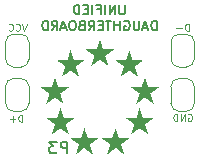
<source format=gbo>
G04 #@! TF.GenerationSoftware,KiCad,Pcbnew,(5.1.10-1-10_14)*
G04 #@! TF.CreationDate,2021-11-29T20:50:22+01:00*
G04 #@! TF.ProjectId,Unified-Daughterboard,556e6966-6965-4642-9d44-617567687465,C3*
G04 #@! TF.SameCoordinates,Original*
G04 #@! TF.FileFunction,Legend,Bot*
G04 #@! TF.FilePolarity,Positive*
%FSLAX46Y46*%
G04 Gerber Fmt 4.6, Leading zero omitted, Abs format (unit mm)*
G04 Created by KiCad (PCBNEW (5.1.10-1-10_14)) date 2021-11-29 20:50:22*
%MOMM*%
%LPD*%
G01*
G04 APERTURE LIST*
%ADD10C,0.150000*%
%ADD11C,0.100000*%
%ADD12C,0.120000*%
%ADD13C,2.600000*%
%ADD14C,3.500000*%
%ADD15O,1.000000X1.600000*%
%ADD16C,0.650000*%
%ADD17O,1.000000X2.100000*%
G04 APERTURE END LIST*
D10*
X72240595Y-71795380D02*
X72240595Y-70795380D01*
X71859642Y-70795380D01*
X71764404Y-70843000D01*
X71716785Y-70890619D01*
X71669166Y-70985857D01*
X71669166Y-71128714D01*
X71716785Y-71223952D01*
X71764404Y-71271571D01*
X71859642Y-71319190D01*
X72240595Y-71319190D01*
X71335833Y-70795380D02*
X70716785Y-70795380D01*
X71050119Y-71176333D01*
X70907261Y-71176333D01*
X70812023Y-71223952D01*
X70764404Y-71271571D01*
X70716785Y-71366809D01*
X70716785Y-71604904D01*
X70764404Y-71700142D01*
X70812023Y-71747761D01*
X70907261Y-71795380D01*
X71192976Y-71795380D01*
X71288214Y-71747761D01*
X71335833Y-71700142D01*
X77110833Y-59229904D02*
X77110833Y-59877523D01*
X77072738Y-59953714D01*
X77034642Y-59991809D01*
X76958452Y-60029904D01*
X76806071Y-60029904D01*
X76729880Y-59991809D01*
X76691785Y-59953714D01*
X76653690Y-59877523D01*
X76653690Y-59229904D01*
X76272738Y-60029904D02*
X76272738Y-59229904D01*
X75815595Y-60029904D01*
X75815595Y-59229904D01*
X75434642Y-60029904D02*
X75434642Y-59229904D01*
X74787023Y-59610857D02*
X75053690Y-59610857D01*
X75053690Y-60029904D02*
X75053690Y-59229904D01*
X74672738Y-59229904D01*
X74367976Y-60029904D02*
X74367976Y-59229904D01*
X73987023Y-59610857D02*
X73720357Y-59610857D01*
X73606071Y-60029904D02*
X73987023Y-60029904D01*
X73987023Y-59229904D01*
X73606071Y-59229904D01*
X73263214Y-60029904D02*
X73263214Y-59229904D01*
X73072738Y-59229904D01*
X72958452Y-59268000D01*
X72882261Y-59344190D01*
X72844166Y-59420380D01*
X72806071Y-59572761D01*
X72806071Y-59687047D01*
X72844166Y-59839428D01*
X72882261Y-59915619D01*
X72958452Y-59991809D01*
X73072738Y-60029904D01*
X73263214Y-60029904D01*
X79796547Y-61379904D02*
X79796547Y-60579904D01*
X79606071Y-60579904D01*
X79491785Y-60618000D01*
X79415595Y-60694190D01*
X79377500Y-60770380D01*
X79339404Y-60922761D01*
X79339404Y-61037047D01*
X79377500Y-61189428D01*
X79415595Y-61265619D01*
X79491785Y-61341809D01*
X79606071Y-61379904D01*
X79796547Y-61379904D01*
X79034642Y-61151333D02*
X78653690Y-61151333D01*
X79110833Y-61379904D02*
X78844166Y-60579904D01*
X78577500Y-61379904D01*
X78310833Y-60579904D02*
X78310833Y-61227523D01*
X78272738Y-61303714D01*
X78234642Y-61341809D01*
X78158452Y-61379904D01*
X78006071Y-61379904D01*
X77929880Y-61341809D01*
X77891785Y-61303714D01*
X77853690Y-61227523D01*
X77853690Y-60579904D01*
X77053690Y-60618000D02*
X77129880Y-60579904D01*
X77244166Y-60579904D01*
X77358452Y-60618000D01*
X77434642Y-60694190D01*
X77472738Y-60770380D01*
X77510833Y-60922761D01*
X77510833Y-61037047D01*
X77472738Y-61189428D01*
X77434642Y-61265619D01*
X77358452Y-61341809D01*
X77244166Y-61379904D01*
X77167976Y-61379904D01*
X77053690Y-61341809D01*
X77015595Y-61303714D01*
X77015595Y-61037047D01*
X77167976Y-61037047D01*
X76672738Y-61379904D02*
X76672738Y-60579904D01*
X76672738Y-60960857D02*
X76215595Y-60960857D01*
X76215595Y-61379904D02*
X76215595Y-60579904D01*
X75948928Y-60579904D02*
X75491785Y-60579904D01*
X75720357Y-61379904D02*
X75720357Y-60579904D01*
X75225119Y-60960857D02*
X74958452Y-60960857D01*
X74844166Y-61379904D02*
X75225119Y-61379904D01*
X75225119Y-60579904D01*
X74844166Y-60579904D01*
X74044166Y-61379904D02*
X74310833Y-60998952D01*
X74501309Y-61379904D02*
X74501309Y-60579904D01*
X74196547Y-60579904D01*
X74120357Y-60618000D01*
X74082261Y-60656095D01*
X74044166Y-60732285D01*
X74044166Y-60846571D01*
X74082261Y-60922761D01*
X74120357Y-60960857D01*
X74196547Y-60998952D01*
X74501309Y-60998952D01*
X73434642Y-60960857D02*
X73320357Y-60998952D01*
X73282261Y-61037047D01*
X73244166Y-61113238D01*
X73244166Y-61227523D01*
X73282261Y-61303714D01*
X73320357Y-61341809D01*
X73396547Y-61379904D01*
X73701309Y-61379904D01*
X73701309Y-60579904D01*
X73434642Y-60579904D01*
X73358452Y-60618000D01*
X73320357Y-60656095D01*
X73282261Y-60732285D01*
X73282261Y-60808476D01*
X73320357Y-60884666D01*
X73358452Y-60922761D01*
X73434642Y-60960857D01*
X73701309Y-60960857D01*
X72748928Y-60579904D02*
X72596547Y-60579904D01*
X72520357Y-60618000D01*
X72444166Y-60694190D01*
X72406071Y-60846571D01*
X72406071Y-61113238D01*
X72444166Y-61265619D01*
X72520357Y-61341809D01*
X72596547Y-61379904D01*
X72748928Y-61379904D01*
X72825119Y-61341809D01*
X72901309Y-61265619D01*
X72939404Y-61113238D01*
X72939404Y-60846571D01*
X72901309Y-60694190D01*
X72825119Y-60618000D01*
X72748928Y-60579904D01*
X72101309Y-61151333D02*
X71720357Y-61151333D01*
X72177500Y-61379904D02*
X71910833Y-60579904D01*
X71644166Y-61379904D01*
X70920357Y-61379904D02*
X71187023Y-60998952D01*
X71377500Y-61379904D02*
X71377500Y-60579904D01*
X71072738Y-60579904D01*
X70996547Y-60618000D01*
X70958452Y-60656095D01*
X70920357Y-60732285D01*
X70920357Y-60846571D01*
X70958452Y-60922761D01*
X70996547Y-60960857D01*
X71072738Y-60998952D01*
X71377500Y-60998952D01*
X70577500Y-61379904D02*
X70577500Y-60579904D01*
X70387023Y-60579904D01*
X70272738Y-60618000D01*
X70196547Y-60694190D01*
X70158452Y-60770380D01*
X70120357Y-60922761D01*
X70120357Y-61037047D01*
X70158452Y-61189428D01*
X70196547Y-61265619D01*
X70272738Y-61341809D01*
X70387023Y-61379904D01*
X70577500Y-61379904D01*
D11*
G36*
X74997633Y-62138123D02*
G01*
X74995656Y-62142557D01*
X74992949Y-62149613D01*
X74989729Y-62158731D01*
X74986575Y-62168220D01*
X74984942Y-62173280D01*
X74982168Y-62181881D01*
X74978317Y-62193831D01*
X74973448Y-62208941D01*
X74967624Y-62227020D01*
X74960905Y-62247879D01*
X74953353Y-62271327D01*
X74945029Y-62297174D01*
X74935995Y-62325229D01*
X74926310Y-62355304D01*
X74916038Y-62387207D01*
X74905238Y-62420749D01*
X74893972Y-62455739D01*
X74882302Y-62491987D01*
X74870288Y-62529304D01*
X74857992Y-62567498D01*
X74847658Y-62599600D01*
X74719385Y-62998070D01*
X74265324Y-62996732D01*
X74223431Y-62996611D01*
X74182582Y-62996499D01*
X74142948Y-62996396D01*
X74104702Y-62996303D01*
X74068016Y-62996218D01*
X74033062Y-62996144D01*
X74000012Y-62996079D01*
X73969040Y-62996025D01*
X73940317Y-62995981D01*
X73914015Y-62995948D01*
X73890307Y-62995925D01*
X73869366Y-62995914D01*
X73851363Y-62995914D01*
X73836470Y-62995926D01*
X73824861Y-62995950D01*
X73816707Y-62995986D01*
X73812180Y-62996035D01*
X73811263Y-62996076D01*
X73812828Y-62997270D01*
X73817430Y-63000657D01*
X73824928Y-63006135D01*
X73835185Y-63013604D01*
X73848058Y-63022961D01*
X73863409Y-63034107D01*
X73881098Y-63046938D01*
X73900984Y-63061355D01*
X73922929Y-63077256D01*
X73946791Y-63094538D01*
X73972432Y-63113102D01*
X73999711Y-63132846D01*
X74028489Y-63153668D01*
X74058626Y-63175468D01*
X74089981Y-63198143D01*
X74122416Y-63221592D01*
X74155790Y-63245715D01*
X74178542Y-63262158D01*
X74212472Y-63286684D01*
X74245555Y-63310615D01*
X74277652Y-63333849D01*
X74308623Y-63356284D01*
X74338329Y-63377818D01*
X74366628Y-63398349D01*
X74393382Y-63417776D01*
X74418450Y-63435997D01*
X74441692Y-63452910D01*
X74462969Y-63468412D01*
X74482141Y-63482403D01*
X74499067Y-63494780D01*
X74513608Y-63505441D01*
X74525623Y-63514285D01*
X74534974Y-63521209D01*
X74541520Y-63526113D01*
X74545120Y-63528893D01*
X74545815Y-63529517D01*
X74545213Y-63531534D01*
X74543443Y-63537110D01*
X74540558Y-63546078D01*
X74536614Y-63558274D01*
X74531664Y-63573533D01*
X74525761Y-63591689D01*
X74518960Y-63612577D01*
X74511314Y-63636032D01*
X74502878Y-63661889D01*
X74493705Y-63689983D01*
X74483850Y-63720149D01*
X74473366Y-63752220D01*
X74462306Y-63786034D01*
X74450726Y-63821423D01*
X74438678Y-63858223D01*
X74426218Y-63896268D01*
X74413398Y-63935395D01*
X74405150Y-63960556D01*
X74392138Y-64000261D01*
X74379455Y-64038979D01*
X74367156Y-64076546D01*
X74355293Y-64112798D01*
X74343921Y-64147570D01*
X74333093Y-64180698D01*
X74322863Y-64212018D01*
X74313284Y-64241364D01*
X74304410Y-64268572D01*
X74296295Y-64293478D01*
X74288992Y-64315917D01*
X74282555Y-64335725D01*
X74277038Y-64352737D01*
X74272494Y-64366789D01*
X74268978Y-64377716D01*
X74266541Y-64385354D01*
X74265239Y-64389537D01*
X74265025Y-64390326D01*
X74266634Y-64389252D01*
X74271267Y-64385967D01*
X74278786Y-64380574D01*
X74289049Y-64373175D01*
X74301919Y-64363869D01*
X74317255Y-64352760D01*
X74334917Y-64339948D01*
X74354766Y-64325535D01*
X74376663Y-64309622D01*
X74400467Y-64292312D01*
X74426040Y-64273704D01*
X74453241Y-64253902D01*
X74481931Y-64233005D01*
X74511970Y-64211117D01*
X74543219Y-64188338D01*
X74575538Y-64164769D01*
X74608788Y-64140513D01*
X74631174Y-64124177D01*
X74664982Y-64099515D01*
X74697968Y-64075477D01*
X74729991Y-64052164D01*
X74760911Y-64029678D01*
X74790588Y-64008119D01*
X74818880Y-63987591D01*
X74845647Y-63968194D01*
X74870749Y-63950029D01*
X74894046Y-63933198D01*
X74915395Y-63917803D01*
X74934658Y-63903945D01*
X74951693Y-63891726D01*
X74966360Y-63881246D01*
X74978519Y-63872608D01*
X74988029Y-63865913D01*
X74994749Y-63861262D01*
X74998538Y-63858757D01*
X74999365Y-63858328D01*
X75001165Y-63859559D01*
X75005989Y-63862998D01*
X75013696Y-63868542D01*
X75024142Y-63876089D01*
X75037189Y-63885535D01*
X75052693Y-63896778D01*
X75070514Y-63909715D01*
X75090510Y-63924244D01*
X75112540Y-63940261D01*
X75136463Y-63957663D01*
X75162137Y-63976349D01*
X75189421Y-63996214D01*
X75218173Y-64017158D01*
X75248253Y-64039075D01*
X75279519Y-64061865D01*
X75311829Y-64085423D01*
X75345043Y-64109648D01*
X75364196Y-64123621D01*
X75397862Y-64148182D01*
X75430705Y-64172141D01*
X75462584Y-64195393D01*
X75493358Y-64217836D01*
X75522885Y-64239367D01*
X75551024Y-64259882D01*
X75577632Y-64279279D01*
X75602570Y-64297454D01*
X75625695Y-64314306D01*
X75646866Y-64329729D01*
X75665941Y-64343622D01*
X75682779Y-64355881D01*
X75697240Y-64366404D01*
X75709180Y-64375087D01*
X75718459Y-64381827D01*
X75724936Y-64386522D01*
X75728469Y-64389067D01*
X75729110Y-64389516D01*
X75730844Y-64389936D01*
X75730632Y-64387498D01*
X75730325Y-64386454D01*
X75729589Y-64384181D01*
X75727689Y-64378352D01*
X75724680Y-64369134D01*
X75720617Y-64356693D01*
X75715555Y-64341198D01*
X75709548Y-64322816D01*
X75702650Y-64301713D01*
X75694918Y-64278059D01*
X75686404Y-64252019D01*
X75677165Y-64223761D01*
X75667255Y-64193454D01*
X75656728Y-64161263D01*
X75645640Y-64127357D01*
X75634045Y-64091904D01*
X75621998Y-64055069D01*
X75609553Y-64017022D01*
X75596765Y-63977928D01*
X75589801Y-63956638D01*
X75576868Y-63917098D01*
X75564257Y-63878538D01*
X75552024Y-63841123D01*
X75540221Y-63805020D01*
X75528904Y-63770394D01*
X75518127Y-63737411D01*
X75507942Y-63706237D01*
X75498406Y-63677038D01*
X75489571Y-63649979D01*
X75481492Y-63625226D01*
X75474223Y-63602946D01*
X75467818Y-63583304D01*
X75462332Y-63566466D01*
X75457818Y-63552597D01*
X75454331Y-63541865D01*
X75451925Y-63534433D01*
X75450653Y-63530469D01*
X75450457Y-63529827D01*
X75451997Y-63528542D01*
X75456574Y-63525065D01*
X75464047Y-63519497D01*
X75474276Y-63511942D01*
X75487121Y-63502499D01*
X75502443Y-63491273D01*
X75520100Y-63478365D01*
X75539953Y-63463876D01*
X75561861Y-63447909D01*
X75585686Y-63430567D01*
X75611286Y-63411950D01*
X75638521Y-63392162D01*
X75667251Y-63371304D01*
X75697337Y-63349478D01*
X75728638Y-63326787D01*
X75761014Y-63303332D01*
X75794325Y-63279215D01*
X75815364Y-63263991D01*
X75849214Y-63239500D01*
X75882234Y-63215603D01*
X75914285Y-63192403D01*
X75945224Y-63170002D01*
X75974911Y-63148504D01*
X76003203Y-63128009D01*
X76029961Y-63108621D01*
X76055042Y-63090443D01*
X76078305Y-63073576D01*
X76099609Y-63058123D01*
X76118813Y-63044186D01*
X76135776Y-63031869D01*
X76150355Y-63021273D01*
X76162410Y-63012501D01*
X76171800Y-63005655D01*
X76178383Y-63000838D01*
X76182018Y-62998152D01*
X76182728Y-62997604D01*
X76181908Y-62997349D01*
X76178853Y-62997120D01*
X76173464Y-62996916D01*
X76165644Y-62996737D01*
X76155296Y-62996583D01*
X76142322Y-62996453D01*
X76126626Y-62996348D01*
X76108109Y-62996267D01*
X76086675Y-62996210D01*
X76062226Y-62996177D01*
X76034664Y-62996168D01*
X76003893Y-62996182D01*
X75969815Y-62996220D01*
X75932333Y-62996281D01*
X75891349Y-62996366D01*
X75846765Y-62996473D01*
X75798486Y-62996602D01*
X75746413Y-62996755D01*
X75731058Y-62996802D01*
X75277197Y-62998201D01*
X75270323Y-62976825D01*
X75256746Y-62934610D01*
X75243003Y-62891905D01*
X75229149Y-62848870D01*
X75215234Y-62805668D01*
X75201312Y-62762459D01*
X75187434Y-62719406D01*
X75173653Y-62676668D01*
X75160020Y-62634409D01*
X75146589Y-62592789D01*
X75133410Y-62551969D01*
X75120537Y-62512112D01*
X75108022Y-62473378D01*
X75095916Y-62435928D01*
X75084272Y-62399925D01*
X75073143Y-62365530D01*
X75062580Y-62332904D01*
X75052635Y-62302208D01*
X75043361Y-62273604D01*
X75034811Y-62247253D01*
X75027035Y-62223317D01*
X75020087Y-62201957D01*
X75014018Y-62183335D01*
X75008881Y-62167611D01*
X75004728Y-62154947D01*
X75001611Y-62145506D01*
X74999583Y-62139447D01*
X74998695Y-62136933D01*
X74998664Y-62136871D01*
X74997633Y-62138123D01*
G37*
G36*
X77487817Y-63036941D02*
G01*
X77487756Y-63037128D01*
X77487701Y-63037222D01*
X77487038Y-63039128D01*
X77485231Y-63044588D01*
X77482337Y-63053424D01*
X77478412Y-63065459D01*
X77473514Y-63080517D01*
X77467701Y-63098421D01*
X77461029Y-63118995D01*
X77453556Y-63142061D01*
X77445339Y-63167444D01*
X77436435Y-63194965D01*
X77426901Y-63224450D01*
X77416795Y-63255720D01*
X77406174Y-63288599D01*
X77395094Y-63322910D01*
X77383614Y-63358477D01*
X77371791Y-63395124D01*
X77366329Y-63412056D01*
X77354077Y-63450043D01*
X77341981Y-63487545D01*
X77330109Y-63524347D01*
X77318530Y-63560237D01*
X77307314Y-63595000D01*
X77296530Y-63628423D01*
X77286245Y-63660292D01*
X77276531Y-63690393D01*
X77267454Y-63718513D01*
X77259085Y-63744437D01*
X77251492Y-63767952D01*
X77244745Y-63788845D01*
X77238912Y-63806901D01*
X77234063Y-63821907D01*
X77230266Y-63833649D01*
X77227590Y-63841913D01*
X77227237Y-63843000D01*
X77208807Y-63899819D01*
X76754662Y-63899157D01*
X76300517Y-63898494D01*
X76308354Y-63904198D01*
X76310660Y-63905869D01*
X76315997Y-63909730D01*
X76324217Y-63915676D01*
X76335177Y-63923601D01*
X76348729Y-63933402D01*
X76364729Y-63944971D01*
X76383032Y-63958204D01*
X76403490Y-63972996D01*
X76425960Y-63989242D01*
X76450294Y-64006835D01*
X76476348Y-64025671D01*
X76503976Y-64045645D01*
X76533032Y-64066651D01*
X76563371Y-64088584D01*
X76594846Y-64111338D01*
X76627314Y-64134809D01*
X76660626Y-64158891D01*
X76674738Y-64169092D01*
X76708269Y-64193333D01*
X76740965Y-64216973D01*
X76772684Y-64239908D01*
X76803282Y-64262036D01*
X76832619Y-64283254D01*
X76860551Y-64303458D01*
X76886936Y-64322547D01*
X76911633Y-64340417D01*
X76934498Y-64356964D01*
X76955390Y-64372086D01*
X76974166Y-64385681D01*
X76990684Y-64397644D01*
X77004801Y-64407873D01*
X77016376Y-64416266D01*
X77025266Y-64422718D01*
X77031328Y-64427127D01*
X77034421Y-64429391D01*
X77034806Y-64429682D01*
X77034346Y-64431647D01*
X77032716Y-64437170D01*
X77029970Y-64446087D01*
X77026161Y-64458234D01*
X77021341Y-64473445D01*
X77015565Y-64491556D01*
X77008884Y-64512404D01*
X77001353Y-64535822D01*
X76993024Y-64561648D01*
X76983951Y-64589715D01*
X76974186Y-64619860D01*
X76963782Y-64651919D01*
X76952794Y-64685726D01*
X76941273Y-64721117D01*
X76929273Y-64757928D01*
X76916847Y-64795993D01*
X76904049Y-64835150D01*
X76895297Y-64861896D01*
X76882275Y-64901681D01*
X76869582Y-64940477D01*
X76857270Y-64978121D01*
X76845392Y-65014449D01*
X76834004Y-65049296D01*
X76823157Y-65082498D01*
X76812906Y-65113892D01*
X76803304Y-65143314D01*
X76794405Y-65170598D01*
X76786261Y-65195582D01*
X76778927Y-65218100D01*
X76772457Y-65237990D01*
X76766902Y-65255087D01*
X76762318Y-65269226D01*
X76758757Y-65280244D01*
X76756274Y-65287977D01*
X76754920Y-65292261D01*
X76754673Y-65293119D01*
X76756270Y-65292019D01*
X76760892Y-65288709D01*
X76768400Y-65283291D01*
X76778654Y-65275867D01*
X76791515Y-65266537D01*
X76806843Y-65255405D01*
X76824499Y-65242570D01*
X76844343Y-65228136D01*
X76866236Y-65212202D01*
X76890038Y-65194871D01*
X76915610Y-65176244D01*
X76942813Y-65156423D01*
X76971507Y-65135509D01*
X77001552Y-65113604D01*
X77032810Y-65090809D01*
X77065140Y-65067226D01*
X77098403Y-65042957D01*
X77121237Y-65026293D01*
X77155064Y-65001617D01*
X77188067Y-64977567D01*
X77220104Y-64954244D01*
X77251035Y-64931749D01*
X77280721Y-64910184D01*
X77309021Y-64889651D01*
X77335795Y-64870249D01*
X77360902Y-64852081D01*
X77384202Y-64835248D01*
X77405556Y-64819851D01*
X77424822Y-64805991D01*
X77441861Y-64793769D01*
X77456532Y-64783288D01*
X77468696Y-64774647D01*
X77478211Y-64767948D01*
X77484938Y-64763293D01*
X77488737Y-64760783D01*
X77489573Y-64760351D01*
X77491302Y-64761589D01*
X77496025Y-64765011D01*
X77503570Y-64770493D01*
X77513766Y-64777909D01*
X77526443Y-64787135D01*
X77541427Y-64798046D01*
X77558549Y-64810517D01*
X77577636Y-64824422D01*
X77598517Y-64839637D01*
X77621021Y-64856037D01*
X77644977Y-64873497D01*
X77670212Y-64891891D01*
X77696556Y-64911095D01*
X77723836Y-64930983D01*
X77751883Y-64951431D01*
X77780524Y-64972314D01*
X77809587Y-64993506D01*
X77838902Y-65014883D01*
X77868297Y-65036320D01*
X77897600Y-65057692D01*
X77926641Y-65078873D01*
X77955247Y-65099738D01*
X77983248Y-65120163D01*
X78010472Y-65140023D01*
X78036747Y-65159193D01*
X78061902Y-65177547D01*
X78085766Y-65194960D01*
X78108167Y-65211309D01*
X78128934Y-65226467D01*
X78147896Y-65240309D01*
X78164880Y-65252711D01*
X78179716Y-65263548D01*
X78192233Y-65272694D01*
X78202258Y-65280024D01*
X78209620Y-65285415D01*
X78214148Y-65288739D01*
X78215487Y-65289731D01*
X78222127Y-65294720D01*
X78220602Y-65289872D01*
X78219858Y-65287583D01*
X78217950Y-65281737D01*
X78214933Y-65272500D01*
X78210860Y-65260041D01*
X78205788Y-65244527D01*
X78199769Y-65226123D01*
X78192860Y-65204999D01*
X78185114Y-65181320D01*
X78176586Y-65155253D01*
X78167332Y-65126967D01*
X78157405Y-65096628D01*
X78146861Y-65064403D01*
X78135754Y-65030459D01*
X78124138Y-64994963D01*
X78112069Y-64958083D01*
X78099601Y-64919986D01*
X78086789Y-64880838D01*
X78079302Y-64857962D01*
X78066343Y-64818344D01*
X78053721Y-64779708D01*
X78041489Y-64742219D01*
X78029700Y-64706042D01*
X78018409Y-64671343D01*
X78007668Y-64638286D01*
X77997530Y-64607037D01*
X77988049Y-64577761D01*
X77979279Y-64550624D01*
X77971272Y-64525790D01*
X77964082Y-64503425D01*
X77957763Y-64483694D01*
X77952368Y-64466762D01*
X77947949Y-64452794D01*
X77944561Y-64441956D01*
X77942257Y-64434412D01*
X77941090Y-64430329D01*
X77940956Y-64429609D01*
X77942655Y-64428358D01*
X77947389Y-64424914D01*
X77955018Y-64419379D01*
X77965400Y-64411855D01*
X77978395Y-64402444D01*
X77993862Y-64391248D01*
X78011659Y-64378368D01*
X78031647Y-64363907D01*
X78053684Y-64347967D01*
X78077628Y-64330650D01*
X78103340Y-64312057D01*
X78130679Y-64292290D01*
X78159503Y-64271451D01*
X78189671Y-64249643D01*
X78221043Y-64226967D01*
X78253477Y-64203525D01*
X78286834Y-64179419D01*
X78307791Y-64164275D01*
X78341639Y-64139815D01*
X78374648Y-64115961D01*
X78406678Y-64092812D01*
X78437588Y-64070472D01*
X78467237Y-64049040D01*
X78495486Y-64028621D01*
X78522193Y-64009314D01*
X78547217Y-63991222D01*
X78542500Y-63988000D01*
X78542500Y-63928000D01*
X78542500Y-63899038D01*
X78542500Y-63898998D01*
X78542500Y-63898967D01*
X78542500Y-63898943D01*
X78537172Y-63898927D01*
X78507797Y-63898920D01*
X78476222Y-63898921D01*
X78442619Y-63898931D01*
X78407158Y-63898948D01*
X78370013Y-63898975D01*
X78331354Y-63899009D01*
X78291354Y-63899053D01*
X78250184Y-63899105D01*
X78221092Y-63899146D01*
X77767029Y-63899819D01*
X77761235Y-63882186D01*
X77760076Y-63878623D01*
X77757774Y-63871513D01*
X77754389Y-63861037D01*
X77749977Y-63847376D01*
X77744598Y-63830711D01*
X77738311Y-63811226D01*
X77731174Y-63789101D01*
X77723246Y-63764519D01*
X77714584Y-63737660D01*
X77705249Y-63708707D01*
X77695298Y-63677841D01*
X77684791Y-63645244D01*
X77673785Y-63611098D01*
X77662339Y-63575585D01*
X77650512Y-63538886D01*
X77638362Y-63501183D01*
X77627922Y-63468779D01*
X77612649Y-63421377D01*
X77598532Y-63377564D01*
X77585527Y-63337199D01*
X77573586Y-63300142D01*
X77562664Y-63266251D01*
X77552717Y-63235387D01*
X77543697Y-63207408D01*
X77535559Y-63182174D01*
X77528258Y-63159544D01*
X77521747Y-63139378D01*
X77515981Y-63121534D01*
X77510915Y-63105872D01*
X77506502Y-63092252D01*
X77502698Y-63080532D01*
X77499455Y-63070572D01*
X77496729Y-63062232D01*
X77494474Y-63055370D01*
X77492643Y-63049847D01*
X77491192Y-63045520D01*
X77490075Y-63042250D01*
X77489246Y-63039896D01*
X77488658Y-63038318D01*
X77488268Y-63037373D01*
X77488028Y-63036923D01*
X77487893Y-63036826D01*
X77487817Y-63036941D01*
G37*
G36*
X72509473Y-63047947D02*
G01*
X72507648Y-63053413D01*
X72504749Y-63062212D01*
X72500839Y-63074147D01*
X72495985Y-63089018D01*
X72490248Y-63106628D01*
X72483693Y-63126778D01*
X72476385Y-63149271D01*
X72468387Y-63173909D01*
X72459764Y-63200492D01*
X72450580Y-63228824D01*
X72440898Y-63258705D01*
X72430782Y-63289938D01*
X72420298Y-63322325D01*
X72409509Y-63355667D01*
X72398478Y-63389766D01*
X72387271Y-63424424D01*
X72375951Y-63459443D01*
X72364582Y-63494625D01*
X72353228Y-63529772D01*
X72341954Y-63564685D01*
X72330823Y-63599166D01*
X72319900Y-63633017D01*
X72309248Y-63666040D01*
X72298933Y-63698037D01*
X72289017Y-63728810D01*
X72279564Y-63758160D01*
X72270640Y-63785890D01*
X72262308Y-63811800D01*
X72254632Y-63835694D01*
X72247677Y-63857373D01*
X72241505Y-63876638D01*
X72237907Y-63887890D01*
X72231703Y-63907310D01*
X71777835Y-63905934D01*
X71728113Y-63905783D01*
X71682163Y-63905646D01*
X71639837Y-63905524D01*
X71600988Y-63905415D01*
X71565469Y-63905323D01*
X71533132Y-63905247D01*
X71503830Y-63905188D01*
X71477416Y-63905147D01*
X71453743Y-63905124D01*
X71452500Y-63928000D01*
X71452500Y-63978000D01*
X71452500Y-63968000D01*
X71452500Y-63958000D01*
X71452500Y-63938000D01*
X71452500Y-63928000D01*
X71452500Y-63958000D01*
X71452500Y-63918000D01*
X71452500Y-63928000D01*
X71452500Y-63948000D01*
X71452500Y-63978000D01*
X71452500Y-63968000D01*
X71452500Y-63958000D01*
X71452500Y-63918000D01*
X71452500Y-63928000D01*
X71452500Y-63948000D01*
X71452500Y-63928000D01*
X71452500Y-63908000D01*
X71452500Y-63918000D01*
X71452500Y-63998000D01*
X71466653Y-64009206D01*
X71492514Y-64027939D01*
X71519984Y-64047829D01*
X71548921Y-64068773D01*
X71579181Y-64090667D01*
X71610622Y-64113409D01*
X71643102Y-64136895D01*
X71676478Y-64161020D01*
X71695580Y-64174825D01*
X72059356Y-64437696D01*
X72048803Y-64469506D01*
X72044384Y-64482854D01*
X72039051Y-64499018D01*
X72032868Y-64517797D01*
X72025901Y-64538991D01*
X72018216Y-64562396D01*
X72009879Y-64587813D01*
X72000955Y-64615040D01*
X71991510Y-64643875D01*
X71981609Y-64674117D01*
X71971319Y-64705565D01*
X71960706Y-64738017D01*
X71949834Y-64771272D01*
X71938769Y-64805129D01*
X71927578Y-64839387D01*
X71916326Y-64873843D01*
X71905078Y-64908297D01*
X71893901Y-64942547D01*
X71882860Y-64976392D01*
X71872020Y-65009631D01*
X71861448Y-65042062D01*
X71851209Y-65073484D01*
X71841369Y-65103695D01*
X71831994Y-65132495D01*
X71823149Y-65159681D01*
X71814899Y-65185053D01*
X71807312Y-65208409D01*
X71800452Y-65229548D01*
X71794385Y-65248268D01*
X71789176Y-65264369D01*
X71784892Y-65277648D01*
X71781599Y-65287905D01*
X71779361Y-65294937D01*
X71778244Y-65298545D01*
X71778126Y-65299001D01*
X71779750Y-65297926D01*
X71784397Y-65294642D01*
X71791929Y-65289249D01*
X71802206Y-65281849D01*
X71815088Y-65272544D01*
X71830436Y-65261435D01*
X71848109Y-65248624D01*
X71867967Y-65234212D01*
X71889872Y-65218301D01*
X71913683Y-65200993D01*
X71939261Y-65182388D01*
X71966465Y-65162589D01*
X71995157Y-65141697D01*
X72025195Y-65119814D01*
X72056441Y-65097040D01*
X72088755Y-65073479D01*
X72121997Y-65049231D01*
X72143995Y-65033179D01*
X72177782Y-65008530D01*
X72210745Y-64984502D01*
X72242743Y-64961196D01*
X72273635Y-64938713D01*
X72303282Y-64917156D01*
X72331542Y-64896625D01*
X72358275Y-64877224D01*
X72383340Y-64859052D01*
X72406597Y-64842213D01*
X72427906Y-64826808D01*
X72447126Y-64812939D01*
X72464115Y-64800706D01*
X72478735Y-64790213D01*
X72490844Y-64781560D01*
X72500301Y-64774850D01*
X72506967Y-64770183D01*
X72510701Y-64767663D01*
X72511487Y-64767223D01*
X72513262Y-64768413D01*
X72518060Y-64771813D01*
X72525741Y-64777320D01*
X72536163Y-64784832D01*
X72549186Y-64794245D01*
X72564668Y-64805459D01*
X72582469Y-64818369D01*
X72602448Y-64832875D01*
X72624464Y-64848873D01*
X72648376Y-64866261D01*
X72674043Y-64884937D01*
X72701325Y-64904799D01*
X72730081Y-64925744D01*
X72760169Y-64947669D01*
X72791449Y-64970472D01*
X72823779Y-64994051D01*
X72857020Y-65018304D01*
X72877510Y-65033258D01*
X72911226Y-65057865D01*
X72944112Y-65081862D01*
X72976028Y-65105144D01*
X73006833Y-65127611D01*
X73036386Y-65149160D01*
X73064546Y-65169688D01*
X73091175Y-65189093D01*
X73116129Y-65207273D01*
X73139270Y-65224125D01*
X73160456Y-65239547D01*
X73179547Y-65253436D01*
X73196403Y-65265691D01*
X73210882Y-65276209D01*
X73222844Y-65284887D01*
X73232149Y-65291623D01*
X73238656Y-65296316D01*
X73242225Y-65298861D01*
X73242898Y-65299316D01*
X73242670Y-65297647D01*
X73241326Y-65292643D01*
X73238984Y-65284686D01*
X73235761Y-65274158D01*
X73231776Y-65261444D01*
X73227147Y-65246927D01*
X73221991Y-65230988D01*
X73219351Y-65222904D01*
X73196600Y-65153460D01*
X73175051Y-65087674D01*
X73154684Y-65025484D01*
X73135478Y-64966825D01*
X73117411Y-64911633D01*
X73100463Y-64859845D01*
X73084614Y-64811397D01*
X73069842Y-64766225D01*
X73056127Y-64724266D01*
X73043448Y-64685455D01*
X73031783Y-64649728D01*
X73021113Y-64617022D01*
X73011416Y-64587274D01*
X73002672Y-64560418D01*
X72994860Y-64536392D01*
X72987959Y-64515131D01*
X72981947Y-64496572D01*
X72976806Y-64480651D01*
X72972512Y-64467305D01*
X72969047Y-64456468D01*
X72966388Y-64448078D01*
X72964516Y-64442071D01*
X72963408Y-64438382D01*
X72963046Y-64436949D01*
X72963051Y-64436926D01*
X72964693Y-64435727D01*
X72969371Y-64432334D01*
X72976943Y-64426850D01*
X72987271Y-64419376D01*
X73000212Y-64410014D01*
X73015626Y-64398865D01*
X73033373Y-64386030D01*
X73053312Y-64371613D01*
X73075303Y-64355714D01*
X73099204Y-64338434D01*
X73124876Y-64319877D01*
X73152177Y-64300142D01*
X73180968Y-64279332D01*
X73211107Y-64257549D01*
X73242454Y-64234894D01*
X73274868Y-64211469D01*
X73308209Y-64187375D01*
X73329282Y-64172147D01*
X73363144Y-64147676D01*
X73396176Y-64123803D01*
X73428235Y-64100628D01*
X73459182Y-64078256D01*
X73488873Y-64056787D01*
X73517170Y-64036324D01*
X73543929Y-64016969D01*
X73569010Y-63998825D01*
X73592273Y-63981993D01*
X73613575Y-63966575D01*
X73632775Y-63952675D01*
X73649732Y-63940393D01*
X73664306Y-63929833D01*
X73676355Y-63921096D01*
X73685737Y-63914284D01*
X73692312Y-63909500D01*
X73695938Y-63906845D01*
X73696642Y-63906315D01*
X73694914Y-63906131D01*
X73689381Y-63905966D01*
X73680155Y-63905820D01*
X73667349Y-63905695D01*
X73651077Y-63905589D01*
X73631452Y-63905504D01*
X73608586Y-63905438D01*
X73582593Y-63905393D01*
X73553585Y-63905368D01*
X73521676Y-63905363D01*
X73486979Y-63905379D01*
X73449606Y-63905416D01*
X73409670Y-63905473D01*
X73367285Y-63905551D01*
X73322564Y-63905651D01*
X73275620Y-63905771D01*
X73244050Y-63905860D01*
X72789502Y-63907193D01*
X72650546Y-63475841D01*
X72637710Y-63436022D01*
X72625182Y-63397208D01*
X72613016Y-63359562D01*
X72601264Y-63323249D01*
X72589980Y-63288431D01*
X72579218Y-63255271D01*
X72569031Y-63223934D01*
X72559472Y-63194583D01*
X72550594Y-63167382D01*
X72542452Y-63142493D01*
X72535098Y-63120080D01*
X72528586Y-63100307D01*
X72522968Y-63083337D01*
X72518300Y-63069334D01*
X72514633Y-63058461D01*
X72512022Y-63050881D01*
X72510520Y-63046759D01*
X72510159Y-63046013D01*
X72509473Y-63047947D01*
G37*
G36*
X78814560Y-65330958D02*
G01*
X78812730Y-65336363D01*
X78809805Y-65345169D01*
X78805840Y-65357213D01*
X78800888Y-65372330D01*
X78795002Y-65390356D01*
X78788234Y-65411127D01*
X78780640Y-65434479D01*
X78772271Y-65460247D01*
X78763181Y-65488268D01*
X78753424Y-65518377D01*
X78743052Y-65550410D01*
X78732119Y-65584203D01*
X78720679Y-65619591D01*
X78708784Y-65656411D01*
X78696488Y-65694498D01*
X78683845Y-65733688D01*
X78675205Y-65760482D01*
X78536146Y-66191835D01*
X78081545Y-66190585D01*
X78029896Y-66190447D01*
X77982043Y-66190328D01*
X77937863Y-66190227D01*
X77897234Y-66190146D01*
X77860034Y-66190084D01*
X77826139Y-66190042D01*
X77795428Y-66190020D01*
X77767778Y-66190018D01*
X77743066Y-66190038D01*
X77721170Y-66190078D01*
X77701968Y-66190140D01*
X77685336Y-66190224D01*
X77671152Y-66190330D01*
X77659295Y-66190458D01*
X77649640Y-66190608D01*
X77642066Y-66190782D01*
X77636451Y-66190979D01*
X77632671Y-66191199D01*
X77630605Y-66191443D01*
X77630129Y-66191712D01*
X77630151Y-66191731D01*
X77632016Y-66193086D01*
X77636915Y-66196634D01*
X77644707Y-66202272D01*
X77655248Y-66209897D01*
X77668397Y-66219408D01*
X77684013Y-66230700D01*
X77701952Y-66243672D01*
X77722074Y-66258220D01*
X77744237Y-66274243D01*
X77768297Y-66291638D01*
X77794114Y-66310302D01*
X77821546Y-66330132D01*
X77850450Y-66351026D01*
X77880684Y-66372880D01*
X77912107Y-66395594D01*
X77944577Y-66419063D01*
X77977952Y-66443185D01*
X77997962Y-66457648D01*
X78031767Y-66482091D01*
X78064725Y-66505939D01*
X78096697Y-66529092D01*
X78127542Y-66551446D01*
X78157118Y-66572900D01*
X78185287Y-66593351D01*
X78211907Y-66612696D01*
X78236839Y-66630834D01*
X78259940Y-66647661D01*
X78281072Y-66663077D01*
X78300094Y-66676977D01*
X78316864Y-66689261D01*
X78331243Y-66699825D01*
X78343091Y-66708567D01*
X78352266Y-66715385D01*
X78358629Y-66720177D01*
X78362039Y-66722840D01*
X78362609Y-66723373D01*
X78362011Y-66725414D01*
X78360247Y-66731012D01*
X78357371Y-66740004D01*
X78353435Y-66752222D01*
X78348495Y-66767501D01*
X78342604Y-66785677D01*
X78335815Y-66806582D01*
X78328184Y-66830053D01*
X78319763Y-66855922D01*
X78310607Y-66884025D01*
X78300769Y-66914197D01*
X78290304Y-66946270D01*
X78279265Y-66980081D01*
X78267707Y-67015463D01*
X78255683Y-67052251D01*
X78243246Y-67090279D01*
X78230452Y-67129382D01*
X78222579Y-67153433D01*
X78209600Y-67193093D01*
X78196949Y-67231773D01*
X78184680Y-67269307D01*
X78172849Y-67305530D01*
X78161507Y-67340277D01*
X78150709Y-67373383D01*
X78140508Y-67404682D01*
X78130958Y-67434010D01*
X78122114Y-67461201D01*
X78114028Y-67486091D01*
X78106754Y-67508513D01*
X78100346Y-67528304D01*
X78094858Y-67545296D01*
X78090344Y-67559327D01*
X78086856Y-67570229D01*
X78084449Y-67577839D01*
X78083177Y-67581991D01*
X78082981Y-67582754D01*
X78084584Y-67581752D01*
X78089211Y-67578538D01*
X78096722Y-67573215D01*
X78106978Y-67565883D01*
X78119838Y-67556643D01*
X78135165Y-67545598D01*
X78152817Y-67532847D01*
X78172655Y-67518492D01*
X78194540Y-67502635D01*
X78218331Y-67485377D01*
X78243890Y-67466818D01*
X78271077Y-67447061D01*
X78299751Y-67426205D01*
X78329774Y-67404354D01*
X78361006Y-67381606D01*
X78393307Y-67358065D01*
X78426537Y-67333831D01*
X78448559Y-67317763D01*
X78482337Y-67293116D01*
X78515285Y-67269085D01*
X78547261Y-67245771D01*
X78578127Y-67223277D01*
X78607741Y-67201704D01*
X78635964Y-67181154D01*
X78662655Y-67161730D01*
X78687675Y-67143532D01*
X78710882Y-67126663D01*
X78732137Y-67111225D01*
X78751299Y-67097320D01*
X78768228Y-67085049D01*
X78782784Y-67074514D01*
X78794827Y-67065818D01*
X78804217Y-67059063D01*
X78810813Y-67054349D01*
X78814475Y-67051780D01*
X78815214Y-67051308D01*
X78816918Y-67052446D01*
X78821646Y-67055794D01*
X78829257Y-67061250D01*
X78839610Y-67068710D01*
X78852566Y-67078072D01*
X78867982Y-67089236D01*
X78885720Y-67102098D01*
X78905638Y-67116557D01*
X78927596Y-67132510D01*
X78951452Y-67149855D01*
X78977068Y-67168489D01*
X79004301Y-67188312D01*
X79033012Y-67209221D01*
X79063060Y-67231112D01*
X79094305Y-67253886D01*
X79126605Y-67277438D01*
X79159820Y-67301668D01*
X79180137Y-67316493D01*
X79213852Y-67341097D01*
X79246744Y-67365098D01*
X79278672Y-67388393D01*
X79309494Y-67410878D01*
X79339069Y-67432452D01*
X79367256Y-67453011D01*
X79393914Y-67472452D01*
X79418903Y-67490673D01*
X79442079Y-67507570D01*
X79463304Y-67523040D01*
X79482435Y-67536982D01*
X79499331Y-67549292D01*
X79513851Y-67559866D01*
X79525855Y-67568603D01*
X79535200Y-67575399D01*
X79541747Y-67580151D01*
X79545353Y-67582757D01*
X79546045Y-67583246D01*
X79547716Y-67583544D01*
X79547545Y-67580827D01*
X79547369Y-67580114D01*
X79546654Y-67577837D01*
X79544773Y-67572004D01*
X79541783Y-67562783D01*
X79537736Y-67550340D01*
X79532688Y-67534842D01*
X79526694Y-67516458D01*
X79519808Y-67495355D01*
X79512085Y-67471700D01*
X79503580Y-67445661D01*
X79494347Y-67417404D01*
X79484441Y-67387098D01*
X79473917Y-67354911D01*
X79462829Y-67321008D01*
X79451232Y-67285558D01*
X79439181Y-67248729D01*
X79426731Y-67210687D01*
X79413936Y-67171600D01*
X79406995Y-67150400D01*
X79394053Y-67110864D01*
X79381436Y-67072303D01*
X79369200Y-67034885D01*
X79357396Y-66998775D01*
X79346081Y-66964138D01*
X79335308Y-66931142D01*
X79325131Y-66899953D01*
X79315604Y-66870735D01*
X79306782Y-66843657D01*
X79298717Y-66818882D01*
X79291466Y-66796578D01*
X79285080Y-66776911D01*
X79279616Y-66760046D01*
X79275126Y-66746151D01*
X79271665Y-66735390D01*
X79269286Y-66727930D01*
X79268045Y-66723936D01*
X79267867Y-66723279D01*
X79269435Y-66721952D01*
X79274041Y-66718435D01*
X79281544Y-66712829D01*
X79291803Y-66705238D01*
X79304678Y-66695763D01*
X79320029Y-66684507D01*
X79337715Y-66671572D01*
X79357596Y-66657060D01*
X79379530Y-66641074D01*
X79403379Y-66623716D01*
X79429001Y-66605089D01*
X79456256Y-66585294D01*
X79485003Y-66564434D01*
X79515102Y-66542612D01*
X79546413Y-66519929D01*
X79578795Y-66496488D01*
X79612107Y-66472391D01*
X79632500Y-66457648D01*
X79666341Y-66433189D01*
X79699360Y-66409323D01*
X79731417Y-66386152D01*
X79762368Y-66363779D01*
X79792073Y-66342307D01*
X79820389Y-66321839D01*
X79847174Y-66302476D01*
X79872286Y-66284322D01*
X79895584Y-66267479D01*
X79916924Y-66252050D01*
X79936167Y-66238138D01*
X79953168Y-66225845D01*
X79967787Y-66215273D01*
X79979882Y-66206526D01*
X79989310Y-66199706D01*
X79995929Y-66194915D01*
X79999598Y-66192257D01*
X80000321Y-66191731D01*
X79999950Y-66191461D01*
X79997997Y-66191215D01*
X79994339Y-66190993D01*
X79988854Y-66190794D01*
X79981418Y-66190619D01*
X79971910Y-66190467D01*
X79960208Y-66190337D01*
X79946187Y-66190230D01*
X79929727Y-66190145D01*
X79910704Y-66190082D01*
X79888996Y-66190040D01*
X79864481Y-66190019D01*
X79837035Y-66190019D01*
X79806537Y-66190040D01*
X79772864Y-66190080D01*
X79735893Y-66190141D01*
X79695502Y-66190221D01*
X79651568Y-66190320D01*
X79603969Y-66190438D01*
X79552583Y-66190575D01*
X79548968Y-66190585D01*
X79094396Y-66191835D01*
X78955309Y-65760472D01*
X78942460Y-65720635D01*
X78929923Y-65681791D01*
X78917751Y-65644105D01*
X78905999Y-65607739D01*
X78894718Y-65572860D01*
X78883962Y-65539630D01*
X78873786Y-65508215D01*
X78864241Y-65478778D01*
X78855381Y-65451483D01*
X78847260Y-65426494D01*
X78839931Y-65403977D01*
X78833447Y-65384094D01*
X78827862Y-65367010D01*
X78823228Y-65352890D01*
X78819600Y-65341896D01*
X78817030Y-65334195D01*
X78815571Y-65329949D01*
X78815243Y-65329120D01*
X78814560Y-65330958D01*
G37*
G36*
X71189583Y-65341798D02*
G01*
X71187746Y-65347042D01*
X71184816Y-65355689D01*
X71180846Y-65367577D01*
X71175889Y-65382540D01*
X71170000Y-65400417D01*
X71163230Y-65421044D01*
X71155633Y-65444256D01*
X71147263Y-65469891D01*
X71138173Y-65497786D01*
X71128417Y-65527776D01*
X71118047Y-65559699D01*
X71107117Y-65593391D01*
X71095680Y-65628688D01*
X71083790Y-65665427D01*
X71071500Y-65703445D01*
X71058863Y-65742578D01*
X71050302Y-65769113D01*
X71037459Y-65808928D01*
X71024931Y-65847755D01*
X71012770Y-65885431D01*
X71001031Y-65921789D01*
X70989766Y-65956666D01*
X70979028Y-65989897D01*
X70968872Y-66021317D01*
X70959350Y-66050761D01*
X70950515Y-66078065D01*
X70942421Y-66103065D01*
X70935121Y-66125595D01*
X70928669Y-66145491D01*
X70923117Y-66162589D01*
X70918519Y-66176723D01*
X70914928Y-66187729D01*
X70912398Y-66195443D01*
X70910982Y-66199700D01*
X70910683Y-66200535D01*
X70908686Y-66200600D01*
X70902944Y-66200662D01*
X70893629Y-66200722D01*
X70880914Y-66200779D01*
X70864971Y-66200832D01*
X70845974Y-66200882D01*
X70824095Y-66200929D01*
X70799507Y-66200972D01*
X70772384Y-66201010D01*
X70742897Y-66201044D01*
X70711220Y-66201074D01*
X70677525Y-66201099D01*
X70641986Y-66201118D01*
X70604774Y-66201133D01*
X70566063Y-66201142D01*
X70526027Y-66201145D01*
X70484836Y-66201143D01*
X70456696Y-66201138D01*
X70406715Y-66201128D01*
X70360508Y-66201123D01*
X70317931Y-66201124D01*
X70278841Y-66201133D01*
X70243095Y-66201149D01*
X70210546Y-66201174D01*
X70181053Y-66201209D01*
X70154471Y-66201254D01*
X70130656Y-66201311D01*
X70109464Y-66201381D01*
X70090751Y-66201464D01*
X70074373Y-66201561D01*
X70060187Y-66201674D01*
X70048047Y-66201803D01*
X70037812Y-66201949D01*
X70029335Y-66202114D01*
X70022474Y-66202297D01*
X70017085Y-66202501D01*
X70013023Y-66202725D01*
X70010145Y-66202971D01*
X70008307Y-66203240D01*
X70007364Y-66203532D01*
X70007174Y-66203849D01*
X70007336Y-66204034D01*
X70009269Y-66205447D01*
X70014235Y-66209053D01*
X70022090Y-66214748D01*
X70032693Y-66222429D01*
X70045900Y-66231993D01*
X70061568Y-66243337D01*
X70079556Y-66256356D01*
X70099719Y-66270948D01*
X70121916Y-66287010D01*
X70146003Y-66304437D01*
X70171839Y-66323128D01*
X70199279Y-66342978D01*
X70228181Y-66363884D01*
X70258402Y-66385744D01*
X70289801Y-66408453D01*
X70322233Y-66431908D01*
X70355556Y-66456006D01*
X70373462Y-66468954D01*
X70407160Y-66493329D01*
X70440019Y-66517110D01*
X70471896Y-66540195D01*
X70502651Y-66562480D01*
X70532142Y-66583863D01*
X70560227Y-66604241D01*
X70586766Y-66623511D01*
X70611618Y-66641571D01*
X70634640Y-66658317D01*
X70655693Y-66673647D01*
X70674633Y-66687458D01*
X70691321Y-66699647D01*
X70705615Y-66710112D01*
X70717374Y-66718749D01*
X70726456Y-66725456D01*
X70732720Y-66730131D01*
X70736025Y-66732669D01*
X70736529Y-66733116D01*
X70736008Y-66735160D01*
X70734318Y-66740762D01*
X70731513Y-66749756D01*
X70727646Y-66761977D01*
X70722772Y-66777260D01*
X70716943Y-66795438D01*
X70710213Y-66816347D01*
X70702636Y-66839821D01*
X70694265Y-66865696D01*
X70685154Y-66893804D01*
X70675356Y-66923982D01*
X70664925Y-66956063D01*
X70653914Y-66989883D01*
X70642378Y-67025275D01*
X70630369Y-67062075D01*
X70617941Y-67100117D01*
X70605147Y-67139235D01*
X70597068Y-67163918D01*
X70584080Y-67203602D01*
X70571423Y-67242301D01*
X70559153Y-67279850D01*
X70547322Y-67316086D01*
X70535984Y-67350842D01*
X70525192Y-67383955D01*
X70514999Y-67415259D01*
X70505460Y-67444590D01*
X70496628Y-67471784D01*
X70488555Y-67496675D01*
X70481297Y-67519098D01*
X70474905Y-67538890D01*
X70469434Y-67555885D01*
X70464937Y-67569918D01*
X70461468Y-67580825D01*
X70459080Y-67588441D01*
X70457826Y-67592601D01*
X70457643Y-67593374D01*
X70459285Y-67592318D01*
X70463951Y-67589052D01*
X70471501Y-67583676D01*
X70481795Y-67576293D01*
X70494693Y-67567003D01*
X70510056Y-67555908D01*
X70527742Y-67543110D01*
X70547614Y-67528710D01*
X70569530Y-67512810D01*
X70593352Y-67495510D01*
X70618938Y-67476913D01*
X70646150Y-67457121D01*
X70674847Y-67436233D01*
X70704890Y-67414353D01*
X70736139Y-67391581D01*
X70768453Y-67368020D01*
X70801694Y-67343770D01*
X70823658Y-67327738D01*
X70857432Y-67303090D01*
X70890375Y-67279061D01*
X70922345Y-67255753D01*
X70953204Y-67233268D01*
X70982812Y-67211707D01*
X71011027Y-67191171D01*
X71037710Y-67171764D01*
X71062721Y-67153586D01*
X71085920Y-67136739D01*
X71107167Y-67121326D01*
X71126321Y-67107446D01*
X71143242Y-67095204D01*
X71157791Y-67084699D01*
X71169827Y-67076034D01*
X71179210Y-67069310D01*
X71185800Y-67064630D01*
X71189457Y-67062095D01*
X71190194Y-67061645D01*
X71191886Y-67062825D01*
X71196602Y-67066213D01*
X71204201Y-67071708D01*
X71214543Y-67079207D01*
X71227489Y-67088608D01*
X71242896Y-67099808D01*
X71260625Y-67112706D01*
X71280536Y-67127199D01*
X71302487Y-67143185D01*
X71326339Y-67160561D01*
X71351951Y-67179225D01*
X71379183Y-67199075D01*
X71407894Y-67220009D01*
X71437943Y-67241924D01*
X71469191Y-67264718D01*
X71501496Y-67288289D01*
X71534719Y-67312534D01*
X71555313Y-67327565D01*
X71589029Y-67352174D01*
X71621917Y-67376172D01*
X71653834Y-67399457D01*
X71684641Y-67421927D01*
X71714197Y-67443479D01*
X71742361Y-67464010D01*
X71768993Y-67483420D01*
X71793952Y-67501604D01*
X71817097Y-67518461D01*
X71838288Y-67533888D01*
X71857384Y-67547783D01*
X71874244Y-67560043D01*
X71888728Y-67570566D01*
X71900696Y-67579250D01*
X71910006Y-67585992D01*
X71916519Y-67590690D01*
X71920093Y-67593241D01*
X71920769Y-67593700D01*
X71922476Y-67593373D01*
X71922524Y-67593099D01*
X71921923Y-67591148D01*
X71920156Y-67585637D01*
X71917277Y-67576733D01*
X71913338Y-67564600D01*
X71908396Y-67549403D01*
X71902502Y-67531308D01*
X71895712Y-67510479D01*
X71888079Y-67487081D01*
X71879656Y-67461279D01*
X71870499Y-67433239D01*
X71860660Y-67403125D01*
X71850193Y-67371103D01*
X71839153Y-67337337D01*
X71827594Y-67301992D01*
X71815568Y-67265234D01*
X71803130Y-67227227D01*
X71790334Y-67188136D01*
X71782312Y-67163634D01*
X71769324Y-67123947D01*
X71756669Y-67085233D01*
X71744400Y-67047658D01*
X71732571Y-67011388D01*
X71721235Y-66976588D01*
X71710446Y-66943423D01*
X71700257Y-66912059D01*
X71690723Y-66882662D01*
X71681896Y-66855396D01*
X71673830Y-66830429D01*
X71666579Y-66807924D01*
X71660195Y-66788049D01*
X71654734Y-66770967D01*
X71650248Y-66756845D01*
X71646791Y-66745848D01*
X71644416Y-66738142D01*
X71643177Y-66733893D01*
X71643003Y-66733068D01*
X71644653Y-66731718D01*
X71649339Y-66728177D01*
X71656921Y-66722547D01*
X71667257Y-66714932D01*
X71680207Y-66705434D01*
X71695630Y-66694156D01*
X71713384Y-66681199D01*
X71733329Y-66666667D01*
X71755324Y-66650662D01*
X71779228Y-66633286D01*
X71804899Y-66614643D01*
X71832197Y-66594834D01*
X71860981Y-66573963D01*
X71891111Y-66552131D01*
X71922444Y-66529441D01*
X71954840Y-66505996D01*
X71988158Y-66481899D01*
X72008042Y-66467525D01*
X72041843Y-66443093D01*
X72074813Y-66419258D01*
X72106810Y-66396124D01*
X72137693Y-66373793D01*
X72167321Y-66352366D01*
X72195552Y-66331947D01*
X72222245Y-66312637D01*
X72247258Y-66294539D01*
X72270450Y-66277755D01*
X72291679Y-66262388D01*
X72310805Y-66248540D01*
X72327685Y-66236313D01*
X72342179Y-66225810D01*
X72354145Y-66217132D01*
X72363441Y-66210383D01*
X72369927Y-66205665D01*
X72373460Y-66203079D01*
X72374102Y-66202596D01*
X72372363Y-66202422D01*
X72366844Y-66202256D01*
X72357683Y-66202098D01*
X72345018Y-66201949D01*
X72328988Y-66201810D01*
X72309731Y-66201680D01*
X72287386Y-66201561D01*
X72262090Y-66201453D01*
X72233982Y-66201357D01*
X72203201Y-66201272D01*
X72169884Y-66201199D01*
X72134170Y-66201140D01*
X72096197Y-66201093D01*
X72056104Y-66201060D01*
X72014029Y-66201042D01*
X71970110Y-66201038D01*
X71924486Y-66201050D01*
X71922527Y-66201050D01*
X71872790Y-66201071D01*
X71826822Y-66201087D01*
X71784474Y-66201098D01*
X71745599Y-66201103D01*
X71710047Y-66201101D01*
X71677669Y-66201090D01*
X71648317Y-66201070D01*
X71621841Y-66201039D01*
X71598093Y-66200996D01*
X71576924Y-66200941D01*
X71558184Y-66200871D01*
X71541726Y-66200787D01*
X71527400Y-66200687D01*
X71515057Y-66200569D01*
X71504549Y-66200433D01*
X71495727Y-66200277D01*
X71488441Y-66200101D01*
X71482543Y-66199903D01*
X71477885Y-66199683D01*
X71474316Y-66199439D01*
X71471689Y-66199169D01*
X71469855Y-66198874D01*
X71468664Y-66198552D01*
X71467968Y-66198201D01*
X71467618Y-66197821D01*
X71467551Y-66197685D01*
X71466821Y-66195513D01*
X71464942Y-66189779D01*
X71461970Y-66180649D01*
X71457958Y-66168290D01*
X71452960Y-66152869D01*
X71447031Y-66134554D01*
X71440223Y-66113511D01*
X71432592Y-66089908D01*
X71424190Y-66063910D01*
X71415073Y-66035686D01*
X71405294Y-66005403D01*
X71394906Y-65973227D01*
X71383965Y-65939325D01*
X71372523Y-65903864D01*
X71360635Y-65867012D01*
X71348355Y-65828935D01*
X71335736Y-65789801D01*
X71328704Y-65767985D01*
X71315931Y-65728368D01*
X71303469Y-65689732D01*
X71291374Y-65652243D01*
X71279698Y-65616066D01*
X71268495Y-65581368D01*
X71257818Y-65548315D01*
X71247722Y-65517073D01*
X71238261Y-65487807D01*
X71229487Y-65460685D01*
X71221455Y-65435872D01*
X71214219Y-65413534D01*
X71207831Y-65393837D01*
X71202347Y-65376947D01*
X71197819Y-65363031D01*
X71194301Y-65352254D01*
X71191848Y-65344782D01*
X71190512Y-65340782D01*
X71190273Y-65340121D01*
X71189583Y-65341798D01*
G37*
G36*
X78357776Y-67940410D02*
G01*
X78355919Y-67945943D01*
X78352969Y-67954875D01*
X78348980Y-67967040D01*
X78344006Y-67982272D01*
X78338099Y-68000406D01*
X78331315Y-68021275D01*
X78323707Y-68044715D01*
X78315328Y-68070559D01*
X78306232Y-68098642D01*
X78296474Y-68128797D01*
X78286105Y-68160860D01*
X78275182Y-68194665D01*
X78263756Y-68230045D01*
X78251882Y-68266835D01*
X78239613Y-68304870D01*
X78227004Y-68343983D01*
X78219600Y-68366959D01*
X78206815Y-68406634D01*
X78194339Y-68445335D01*
X78182227Y-68482895D01*
X78170532Y-68519148D01*
X78159307Y-68553928D01*
X78148608Y-68587068D01*
X78138486Y-68618403D01*
X78128997Y-68647765D01*
X78120194Y-68674989D01*
X78112131Y-68699909D01*
X78104861Y-68722358D01*
X78098438Y-68742169D01*
X78092917Y-68759177D01*
X78088350Y-68773215D01*
X78084792Y-68784117D01*
X78082297Y-68791716D01*
X78080918Y-68795847D01*
X78080651Y-68796587D01*
X78079867Y-68796870D01*
X78077739Y-68797132D01*
X78074136Y-68797374D01*
X78068929Y-68797597D01*
X78061985Y-68797800D01*
X78053175Y-68797985D01*
X78042366Y-68798153D01*
X78029428Y-68798305D01*
X78014230Y-68798440D01*
X77996642Y-68798560D01*
X77976531Y-68798666D01*
X77953768Y-68798758D01*
X77928221Y-68798836D01*
X77899760Y-68798902D01*
X77868253Y-68798957D01*
X77833569Y-68799001D01*
X77795578Y-68799034D01*
X77754149Y-68799058D01*
X77709150Y-68799073D01*
X77660451Y-68799080D01*
X77625855Y-68799081D01*
X77574331Y-68799083D01*
X77526603Y-68799094D01*
X77482546Y-68799113D01*
X77442037Y-68799142D01*
X77404952Y-68799182D01*
X77371167Y-68799232D01*
X77340561Y-68799293D01*
X77313007Y-68799367D01*
X77288384Y-68799453D01*
X77266567Y-68799553D01*
X77247433Y-68799667D01*
X77230859Y-68799796D01*
X77216720Y-68799940D01*
X77204894Y-68800100D01*
X77195256Y-68800277D01*
X77187684Y-68800472D01*
X77182053Y-68800684D01*
X77178240Y-68800916D01*
X77176121Y-68801166D01*
X77175574Y-68801437D01*
X77175610Y-68801472D01*
X77177476Y-68802829D01*
X77182376Y-68806378D01*
X77190167Y-68812018D01*
X77200708Y-68819646D01*
X77213857Y-68829158D01*
X77229471Y-68840453D01*
X77247409Y-68853427D01*
X77267528Y-68867979D01*
X77289688Y-68884005D01*
X77313745Y-68901402D01*
X77339558Y-68920068D01*
X77366985Y-68939901D01*
X77395883Y-68960797D01*
X77426111Y-68982654D01*
X77457527Y-69005369D01*
X77489989Y-69028840D01*
X77523355Y-69052963D01*
X77543187Y-69067302D01*
X77907548Y-69330727D01*
X77900039Y-69353356D01*
X77895306Y-69367650D01*
X77889679Y-69384704D01*
X77883221Y-69404316D01*
X77875999Y-69426288D01*
X77868077Y-69450420D01*
X77859521Y-69476510D01*
X77850396Y-69504361D01*
X77840766Y-69533771D01*
X77830698Y-69564540D01*
X77820257Y-69596470D01*
X77809507Y-69629359D01*
X77798513Y-69663008D01*
X77787342Y-69697218D01*
X77776057Y-69731787D01*
X77764725Y-69766517D01*
X77753410Y-69801207D01*
X77742178Y-69835658D01*
X77731093Y-69869669D01*
X77720222Y-69903041D01*
X77709628Y-69935574D01*
X77699378Y-69967067D01*
X77689536Y-69997321D01*
X77680168Y-70026137D01*
X77671338Y-70053313D01*
X77663113Y-70078650D01*
X77655557Y-70101949D01*
X77648734Y-70123010D01*
X77642712Y-70141631D01*
X77637554Y-70157614D01*
X77633326Y-70170759D01*
X77630092Y-70180866D01*
X77627919Y-70187734D01*
X77626872Y-70191165D01*
X77626783Y-70191533D01*
X77628420Y-70190472D01*
X77633081Y-70187201D01*
X77640627Y-70181821D01*
X77650917Y-70174433D01*
X77663812Y-70165139D01*
X77679172Y-70154041D01*
X77696857Y-70141239D01*
X77716729Y-70126836D01*
X77738646Y-70110932D01*
X77762469Y-70093629D01*
X77788058Y-70075029D01*
X77815274Y-70055233D01*
X77843977Y-70034343D01*
X77874027Y-70012459D01*
X77905284Y-69989684D01*
X77937609Y-69966118D01*
X77970862Y-69941864D01*
X77993163Y-69925591D01*
X78358705Y-69658812D01*
X78365086Y-69663322D01*
X78367248Y-69664885D01*
X78372430Y-69668654D01*
X78380490Y-69674523D01*
X78391283Y-69682387D01*
X78404664Y-69692141D01*
X78420492Y-69703679D01*
X78438620Y-69716898D01*
X78458905Y-69731692D01*
X78481204Y-69747956D01*
X78505372Y-69765584D01*
X78531265Y-69784473D01*
X78558739Y-69804516D01*
X78587650Y-69825609D01*
X78617854Y-69847647D01*
X78649208Y-69870525D01*
X78681567Y-69894137D01*
X78714787Y-69918379D01*
X78730610Y-69929926D01*
X78764101Y-69954364D01*
X78796755Y-69978186D01*
X78828431Y-70001290D01*
X78858987Y-70023571D01*
X78888284Y-70044928D01*
X78916179Y-70065258D01*
X78942532Y-70084459D01*
X78967201Y-70102427D01*
X78990046Y-70119060D01*
X79010925Y-70134255D01*
X79029698Y-70147909D01*
X79046223Y-70159921D01*
X79060359Y-70170186D01*
X79071965Y-70178603D01*
X79080900Y-70185068D01*
X79087023Y-70189480D01*
X79090193Y-70191734D01*
X79090626Y-70192021D01*
X79091500Y-70190579D01*
X79091500Y-70190565D01*
X79090899Y-70188594D01*
X79089132Y-70183065D01*
X79086253Y-70174141D01*
X79082316Y-70161989D01*
X79077374Y-70146773D01*
X79071482Y-70128658D01*
X79064692Y-70107810D01*
X79057060Y-70084392D01*
X79048639Y-70058571D01*
X79039482Y-70030511D01*
X79029643Y-70000377D01*
X79019177Y-69968335D01*
X79008137Y-69934549D01*
X78996578Y-69899184D01*
X78984551Y-69862405D01*
X78972113Y-69824378D01*
X78959316Y-69785266D01*
X78951154Y-69760328D01*
X78935730Y-69713203D01*
X78921481Y-69669659D01*
X78908362Y-69629554D01*
X78896328Y-69592744D01*
X78885333Y-69559088D01*
X78875332Y-69528441D01*
X78866281Y-69500663D01*
X78858134Y-69475609D01*
X78850847Y-69453137D01*
X78844373Y-69433106D01*
X78838668Y-69415371D01*
X78833687Y-69399790D01*
X78829384Y-69386220D01*
X78825715Y-69374520D01*
X78822635Y-69364545D01*
X78820098Y-69356154D01*
X78818058Y-69349204D01*
X78816472Y-69343552D01*
X78815294Y-69339055D01*
X78814479Y-69335570D01*
X78813981Y-69332956D01*
X78813756Y-69331069D01*
X78813759Y-69329767D01*
X78813944Y-69328906D01*
X78814266Y-69328345D01*
X78814495Y-69328103D01*
X78816407Y-69326649D01*
X78821353Y-69323005D01*
X78829191Y-69317274D01*
X78839778Y-69309561D01*
X78852970Y-69299968D01*
X78868624Y-69288600D01*
X78886599Y-69275559D01*
X78906750Y-69260949D01*
X78928935Y-69244874D01*
X78953011Y-69227438D01*
X78978835Y-69208743D01*
X79006264Y-69188894D01*
X79035155Y-69167994D01*
X79065366Y-69146146D01*
X79096753Y-69123454D01*
X79129173Y-69100022D01*
X79162484Y-69075953D01*
X79179667Y-69063540D01*
X79213347Y-69039209D01*
X79246195Y-69015477D01*
X79278068Y-68992445D01*
X79308826Y-68970216D01*
X79338325Y-68948893D01*
X79366425Y-68928579D01*
X79392983Y-68909376D01*
X79417857Y-68891387D01*
X79440905Y-68874715D01*
X79461985Y-68859462D01*
X79480956Y-68845732D01*
X79497675Y-68833626D01*
X79512001Y-68823247D01*
X79523791Y-68814699D01*
X79532903Y-68808083D01*
X79539196Y-68803503D01*
X79542528Y-68801061D01*
X79543043Y-68800670D01*
X79541302Y-68800493D01*
X79535776Y-68800322D01*
X79526598Y-68800161D01*
X79513901Y-68800007D01*
X79497819Y-68799864D01*
X79478484Y-68799729D01*
X79456031Y-68799605D01*
X79430592Y-68799492D01*
X79402301Y-68799390D01*
X79371291Y-68799299D01*
X79337695Y-68799221D01*
X79301647Y-68799155D01*
X79263279Y-68799103D01*
X79222726Y-68799063D01*
X79180120Y-68799038D01*
X79135594Y-68799028D01*
X79091431Y-68799032D01*
X78637929Y-68799142D01*
X78498845Y-68368094D01*
X78485994Y-68328291D01*
X78473454Y-68289491D01*
X78461276Y-68251860D01*
X78449515Y-68215559D01*
X78438224Y-68180752D01*
X78427456Y-68147604D01*
X78417265Y-68116278D01*
X78407704Y-68086937D01*
X78398827Y-68059744D01*
X78390687Y-68034864D01*
X78383338Y-68012459D01*
X78376832Y-67992694D01*
X78371224Y-67975732D01*
X78366567Y-67961736D01*
X78362913Y-67950871D01*
X78360318Y-67943298D01*
X78358834Y-67939183D01*
X78358487Y-67938442D01*
X78357776Y-67940410D01*
G37*
G36*
X71652126Y-67949266D02*
G01*
X71650288Y-67954766D01*
X71647357Y-67963666D01*
X71643384Y-67975800D01*
X71638424Y-67991005D01*
X71632530Y-68009114D01*
X71625755Y-68029963D01*
X71618154Y-68053386D01*
X71609779Y-68079219D01*
X71600684Y-68107297D01*
X71590922Y-68137455D01*
X71580548Y-68169527D01*
X71569614Y-68203349D01*
X71558173Y-68238756D01*
X71546280Y-68275582D01*
X71533988Y-68313663D01*
X71521351Y-68352833D01*
X71513207Y-68378085D01*
X71374643Y-68807795D01*
X70920714Y-68807437D01*
X70878828Y-68807407D01*
X70837985Y-68807383D01*
X70798357Y-68807367D01*
X70760117Y-68807356D01*
X70723437Y-68807352D01*
X70688490Y-68807354D01*
X70655447Y-68807361D01*
X70624481Y-68807375D01*
X70595765Y-68807394D01*
X70569471Y-68807419D01*
X70545771Y-68807450D01*
X70524837Y-68807486D01*
X70506842Y-68807526D01*
X70491958Y-68807572D01*
X70480358Y-68807623D01*
X70472213Y-68807679D01*
X70467697Y-68807739D01*
X70466786Y-68807783D01*
X70468350Y-68808980D01*
X70472952Y-68812368D01*
X70480449Y-68817848D01*
X70490701Y-68825316D01*
X70503568Y-68834671D01*
X70518909Y-68845811D01*
X70536584Y-68858635D01*
X70556453Y-68873041D01*
X70578374Y-68888926D01*
X70602208Y-68906189D01*
X70627813Y-68924729D01*
X70655050Y-68944444D01*
X70683778Y-68965231D01*
X70713857Y-68986988D01*
X70745145Y-69009616D01*
X70777502Y-69033010D01*
X70810789Y-69057070D01*
X70830720Y-69071474D01*
X70864536Y-69095913D01*
X70897532Y-69119765D01*
X70929565Y-69142927D01*
X70960494Y-69165296D01*
X70990177Y-69186770D01*
X71018470Y-69207244D01*
X71045232Y-69226617D01*
X71070321Y-69244784D01*
X71093594Y-69261643D01*
X71114909Y-69277092D01*
X71134124Y-69291025D01*
X71151096Y-69303342D01*
X71165684Y-69313938D01*
X71177745Y-69322711D01*
X71187137Y-69329558D01*
X71193718Y-69334375D01*
X71197346Y-69337059D01*
X71198037Y-69337596D01*
X71198360Y-69338090D01*
X71198525Y-69338952D01*
X71198489Y-69340323D01*
X71198206Y-69342345D01*
X71197631Y-69345159D01*
X71196719Y-69348906D01*
X71195426Y-69353730D01*
X71193706Y-69359770D01*
X71191515Y-69367169D01*
X71188807Y-69376068D01*
X71185538Y-69386609D01*
X71181662Y-69398934D01*
X71177136Y-69413184D01*
X71171913Y-69429501D01*
X71165949Y-69448027D01*
X71159199Y-69468902D01*
X71151618Y-69492269D01*
X71143162Y-69518270D01*
X71133784Y-69547045D01*
X71123441Y-69578738D01*
X71112087Y-69613488D01*
X71099677Y-69651438D01*
X71086168Y-69692730D01*
X71071512Y-69737505D01*
X71060617Y-69770785D01*
X71047606Y-69810536D01*
X71034924Y-69849301D01*
X71022626Y-69886916D01*
X71010764Y-69923216D01*
X70999393Y-69958036D01*
X70988566Y-69991213D01*
X70978336Y-70022582D01*
X70968757Y-70051978D01*
X70959882Y-70079238D01*
X70951765Y-70104197D01*
X70944459Y-70126690D01*
X70938017Y-70146554D01*
X70932494Y-70163624D01*
X70927943Y-70177735D01*
X70924417Y-70188723D01*
X70921969Y-70196425D01*
X70920654Y-70200675D01*
X70920431Y-70201509D01*
X70922048Y-70200433D01*
X70926689Y-70197147D01*
X70934215Y-70191753D01*
X70944486Y-70184351D01*
X70957363Y-70175044D01*
X70972707Y-70163933D01*
X70990376Y-70151119D01*
X71010233Y-70136704D01*
X71032137Y-70120789D01*
X71055949Y-70103476D01*
X71081528Y-70084866D01*
X71108737Y-70065060D01*
X71137434Y-70044161D01*
X71167480Y-70022270D01*
X71198736Y-69999487D01*
X71231062Y-69975915D01*
X71264318Y-69951655D01*
X71286841Y-69935220D01*
X71327511Y-69905543D01*
X71365135Y-69878098D01*
X71399828Y-69852803D01*
X71431707Y-69829574D01*
X71460886Y-69808329D01*
X71487482Y-69788985D01*
X71511610Y-69771460D01*
X71533386Y-69755669D01*
X71552925Y-69741531D01*
X71570343Y-69728963D01*
X71585754Y-69717881D01*
X71599276Y-69708203D01*
X71611024Y-69699846D01*
X71621112Y-69692727D01*
X71629658Y-69686764D01*
X71636775Y-69681873D01*
X71642580Y-69677971D01*
X71647189Y-69674977D01*
X71650717Y-69672806D01*
X71653279Y-69671377D01*
X71654992Y-69670605D01*
X71655970Y-69670409D01*
X71656183Y-69670474D01*
X71658075Y-69671820D01*
X71662990Y-69675374D01*
X71670786Y-69681031D01*
X71681322Y-69688688D01*
X71694456Y-69698243D01*
X71710045Y-69709592D01*
X71727948Y-69722631D01*
X71748024Y-69737257D01*
X71770130Y-69753367D01*
X71794124Y-69770857D01*
X71819866Y-69789624D01*
X71847212Y-69809565D01*
X71876021Y-69830576D01*
X71906152Y-69852555D01*
X71937463Y-69875397D01*
X71969811Y-69898999D01*
X72003055Y-69923258D01*
X72022232Y-69937253D01*
X72055884Y-69961810D01*
X72088703Y-69985751D01*
X72120547Y-70008973D01*
X72151276Y-70031375D01*
X72180750Y-70052855D01*
X72208827Y-70073310D01*
X72235368Y-70092638D01*
X72260232Y-70110736D01*
X72283278Y-70127503D01*
X72304366Y-70142836D01*
X72323355Y-70156633D01*
X72340104Y-70168792D01*
X72354474Y-70179210D01*
X72366323Y-70187785D01*
X72375511Y-70194415D01*
X72381897Y-70198998D01*
X72385341Y-70201431D01*
X72385935Y-70201817D01*
X72386416Y-70200302D01*
X72385971Y-70198388D01*
X72385261Y-70196232D01*
X72383386Y-70190519D01*
X72380399Y-70181414D01*
X72376356Y-70169085D01*
X72371311Y-70153697D01*
X72365319Y-70135418D01*
X72358434Y-70114412D01*
X72350710Y-70090847D01*
X72342203Y-70064890D01*
X72332966Y-70036705D01*
X72323055Y-70006460D01*
X72312523Y-69974321D01*
X72301426Y-69940455D01*
X72289817Y-69905027D01*
X72277752Y-69868204D01*
X72265284Y-69830153D01*
X72252469Y-69791039D01*
X72244867Y-69767838D01*
X72228738Y-69718591D01*
X72213802Y-69672950D01*
X72200023Y-69630802D01*
X72187365Y-69592033D01*
X72175791Y-69556530D01*
X72165266Y-69524179D01*
X72155751Y-69494866D01*
X72147212Y-69468477D01*
X72139611Y-69444899D01*
X72132913Y-69424018D01*
X72127080Y-69405720D01*
X72122076Y-69389892D01*
X72117866Y-69376419D01*
X72114411Y-69365189D01*
X72111677Y-69356086D01*
X72109626Y-69348999D01*
X72108222Y-69343812D01*
X72107428Y-69340412D01*
X72107209Y-69338686D01*
X72107281Y-69338431D01*
X72109067Y-69337085D01*
X72113888Y-69333549D01*
X72121601Y-69327923D01*
X72132065Y-69320312D01*
X72145137Y-69310817D01*
X72160676Y-69299542D01*
X72178540Y-69286590D01*
X72198587Y-69272063D01*
X72220674Y-69256064D01*
X72244660Y-69238696D01*
X72270403Y-69220062D01*
X72297760Y-69200265D01*
X72326590Y-69179408D01*
X72356751Y-69157592D01*
X72388101Y-69134922D01*
X72420498Y-69111500D01*
X72453800Y-69087429D01*
X72472100Y-69074203D01*
X72505837Y-69049820D01*
X72538749Y-69026028D01*
X72570693Y-69002931D01*
X72601527Y-68980630D01*
X72631110Y-68959230D01*
X72659299Y-68938833D01*
X72685951Y-68919542D01*
X72710926Y-68901460D01*
X72734080Y-68884691D01*
X72755271Y-68869336D01*
X72774357Y-68855500D01*
X72791196Y-68843285D01*
X72805646Y-68832794D01*
X72817564Y-68824130D01*
X72826809Y-68817396D01*
X72833238Y-68812695D01*
X72836710Y-68810130D01*
X72837303Y-68809670D01*
X72837082Y-68809380D01*
X72835691Y-68809113D01*
X72832996Y-68808868D01*
X72828864Y-68808643D01*
X72823158Y-68808440D01*
X72815745Y-68808256D01*
X72806489Y-68808091D01*
X72795257Y-68807944D01*
X72781914Y-68807816D01*
X72766325Y-68807704D01*
X72748356Y-68807609D01*
X72727871Y-68807530D01*
X72704737Y-68807466D01*
X72678818Y-68807417D01*
X72649981Y-68807381D01*
X72618090Y-68807358D01*
X72583011Y-68807348D01*
X72544610Y-68807350D01*
X72502751Y-68807363D01*
X72457301Y-68807386D01*
X72408124Y-68807419D01*
X72385927Y-68807436D01*
X71931813Y-68807795D01*
X71806036Y-68417900D01*
X71793620Y-68379413D01*
X71781413Y-68341572D01*
X71769477Y-68304574D01*
X71757877Y-68268618D01*
X71746677Y-68233900D01*
X71735939Y-68200619D01*
X71725729Y-68168971D01*
X71716110Y-68139155D01*
X71707145Y-68111368D01*
X71698898Y-68085808D01*
X71691433Y-68062673D01*
X71684814Y-68042159D01*
X71679104Y-68024464D01*
X71674367Y-68009787D01*
X71670668Y-67998324D01*
X71668069Y-67990274D01*
X71667059Y-67987146D01*
X71663179Y-67975319D01*
X71659655Y-67964931D01*
X71656673Y-67956496D01*
X71654417Y-67950533D01*
X71653073Y-67947558D01*
X71652815Y-67947331D01*
X71652126Y-67949266D01*
G37*
G36*
X76332376Y-69644778D02*
G01*
X76330525Y-69650058D01*
X76327581Y-69658741D01*
X76323598Y-69670664D01*
X76318628Y-69685663D01*
X76312726Y-69703575D01*
X76305943Y-69724236D01*
X76298335Y-69747483D01*
X76289953Y-69773152D01*
X76280852Y-69801080D01*
X76271085Y-69831104D01*
X76260705Y-69863059D01*
X76249766Y-69896782D01*
X76238320Y-69932109D01*
X76226422Y-69968878D01*
X76214124Y-70006925D01*
X76201480Y-70046085D01*
X76192757Y-70073125D01*
X76053649Y-70504524D01*
X75600568Y-70503763D01*
X75558721Y-70503697D01*
X75517917Y-70503642D01*
X75478330Y-70503597D01*
X75440130Y-70503562D01*
X75403492Y-70503538D01*
X75368586Y-70503524D01*
X75335586Y-70503520D01*
X75304665Y-70503526D01*
X75275994Y-70503541D01*
X75249747Y-70503566D01*
X75226095Y-70503601D01*
X75205211Y-70503645D01*
X75187268Y-70503698D01*
X75172439Y-70503761D01*
X75160895Y-70503833D01*
X75152809Y-70503913D01*
X75148354Y-70504002D01*
X75147486Y-70504067D01*
X75149051Y-70505297D01*
X75153652Y-70508720D01*
X75161149Y-70514235D01*
X75171403Y-70521740D01*
X75184274Y-70531132D01*
X75199620Y-70542312D01*
X75217304Y-70555176D01*
X75237183Y-70569624D01*
X75259119Y-70585553D01*
X75282971Y-70602862D01*
X75308600Y-70621450D01*
X75335866Y-70641214D01*
X75364627Y-70662054D01*
X75394745Y-70683867D01*
X75426080Y-70706552D01*
X75458491Y-70730007D01*
X75491839Y-70754131D01*
X75513870Y-70770063D01*
X75547752Y-70794570D01*
X75580788Y-70818479D01*
X75612839Y-70841689D01*
X75643763Y-70864096D01*
X75673421Y-70885599D01*
X75701673Y-70906097D01*
X75728379Y-70925488D01*
X75753399Y-70943669D01*
X75776593Y-70960538D01*
X75797820Y-70975995D01*
X75816941Y-70989937D01*
X75833816Y-71002261D01*
X75848305Y-71012867D01*
X75860267Y-71021653D01*
X75869564Y-71028515D01*
X75876053Y-71033354D01*
X75879597Y-71036066D01*
X75880254Y-71036640D01*
X75879655Y-71038595D01*
X75877904Y-71044071D01*
X75875066Y-71052864D01*
X75871209Y-71064770D01*
X75866398Y-71079585D01*
X75860701Y-71097106D01*
X75854183Y-71117129D01*
X75846913Y-71139451D01*
X75838955Y-71163868D01*
X75830376Y-71190176D01*
X75821244Y-71218172D01*
X75811624Y-71247652D01*
X75801584Y-71278413D01*
X75791189Y-71310250D01*
X75780506Y-71342961D01*
X75769602Y-71376341D01*
X75758544Y-71410187D01*
X75747397Y-71444295D01*
X75736228Y-71478462D01*
X75725105Y-71512484D01*
X75714093Y-71546157D01*
X75703259Y-71579278D01*
X75692670Y-71611644D01*
X75682391Y-71643050D01*
X75672491Y-71673292D01*
X75663034Y-71702168D01*
X75654088Y-71729474D01*
X75645720Y-71755006D01*
X75637995Y-71778560D01*
X75630981Y-71799933D01*
X75624743Y-71818921D01*
X75619349Y-71835320D01*
X75614865Y-71848927D01*
X75611357Y-71859539D01*
X75610920Y-71860858D01*
X75607269Y-71872127D01*
X75604260Y-71881921D01*
X75602042Y-71889718D01*
X75600760Y-71894994D01*
X75600562Y-71897225D01*
X75600710Y-71897240D01*
X75602485Y-71895975D01*
X75607284Y-71892502D01*
X75614967Y-71886924D01*
X75625394Y-71879343D01*
X75638422Y-71869863D01*
X75653912Y-71858586D01*
X75671723Y-71845614D01*
X75691714Y-71831049D01*
X75713743Y-71814996D01*
X75737672Y-71797555D01*
X75763358Y-71778830D01*
X75790662Y-71758923D01*
X75819441Y-71737936D01*
X75849557Y-71715973D01*
X75880867Y-71693136D01*
X75913231Y-71669527D01*
X75946508Y-71645249D01*
X75967789Y-71629723D01*
X76332561Y-71363567D01*
X76678025Y-71615708D01*
X76711173Y-71639901D01*
X76743647Y-71663603D01*
X76775294Y-71686701D01*
X76805958Y-71709081D01*
X76835483Y-71730631D01*
X76863714Y-71751236D01*
X76890496Y-71770784D01*
X76915673Y-71789160D01*
X76939091Y-71806252D01*
X76960594Y-71821947D01*
X76980026Y-71836131D01*
X76997232Y-71848690D01*
X77012058Y-71859511D01*
X77024347Y-71868482D01*
X77033945Y-71875487D01*
X77040696Y-71880416D01*
X77044445Y-71883153D01*
X77044551Y-71883230D01*
X77052274Y-71888765D01*
X77058725Y-71893187D01*
X77063331Y-71896119D01*
X77065517Y-71897183D01*
X77065618Y-71897110D01*
X77065018Y-71895135D01*
X77063251Y-71889601D01*
X77060372Y-71880673D01*
X77056435Y-71868517D01*
X77051494Y-71853297D01*
X77045602Y-71835179D01*
X77038813Y-71814327D01*
X77031181Y-71790907D01*
X77022760Y-71765084D01*
X77013603Y-71737022D01*
X77003766Y-71706887D01*
X76993300Y-71674844D01*
X76982261Y-71641058D01*
X76970702Y-71605694D01*
X76958677Y-71568917D01*
X76946239Y-71530892D01*
X76933443Y-71491784D01*
X76925329Y-71466993D01*
X76912340Y-71427286D01*
X76899683Y-71388551D01*
X76887412Y-71350954D01*
X76875582Y-71314660D01*
X76864245Y-71279836D01*
X76853454Y-71246646D01*
X76843264Y-71215256D01*
X76833728Y-71185832D01*
X76824899Y-71158539D01*
X76816831Y-71133543D01*
X76809578Y-71111009D01*
X76803192Y-71091102D01*
X76797728Y-71073989D01*
X76793238Y-71059834D01*
X76789777Y-71048803D01*
X76787398Y-71041062D01*
X76786154Y-71036776D01*
X76785977Y-71035927D01*
X76787630Y-71034567D01*
X76792319Y-71031015D01*
X76799903Y-71025376D01*
X76810239Y-71017751D01*
X76823187Y-71008243D01*
X76838606Y-70996957D01*
X76856353Y-70983993D01*
X76876288Y-70969456D01*
X76898270Y-70953449D01*
X76922156Y-70936073D01*
X76947806Y-70917432D01*
X76975079Y-70897629D01*
X77003833Y-70876767D01*
X77033926Y-70854948D01*
X77065218Y-70832276D01*
X77097567Y-70808853D01*
X77130832Y-70784782D01*
X77149133Y-70771547D01*
X77182870Y-70747149D01*
X77215791Y-70723339D01*
X77247754Y-70700219D01*
X77278615Y-70677893D01*
X77308233Y-70656465D01*
X77336464Y-70636038D01*
X77363164Y-70616714D01*
X77388193Y-70598598D01*
X77411406Y-70581794D01*
X77432662Y-70566403D01*
X77451816Y-70552530D01*
X77468727Y-70540278D01*
X77483252Y-70529750D01*
X77495248Y-70521050D01*
X77504572Y-70514281D01*
X77511081Y-70509546D01*
X77514632Y-70506950D01*
X77515266Y-70506476D01*
X77515481Y-70506131D01*
X77515134Y-70505813D01*
X77514080Y-70505521D01*
X77512174Y-70505255D01*
X77509270Y-70505013D01*
X77505223Y-70504795D01*
X77499889Y-70504601D01*
X77493121Y-70504428D01*
X77484775Y-70504278D01*
X77474706Y-70504148D01*
X77462767Y-70504039D01*
X77448815Y-70503949D01*
X77432704Y-70503878D01*
X77414288Y-70503824D01*
X77393423Y-70503788D01*
X77369963Y-70503768D01*
X77343763Y-70503763D01*
X77314677Y-70503773D01*
X77282562Y-70503798D01*
X77247271Y-70503835D01*
X77208659Y-70503886D01*
X77166581Y-70503947D01*
X77120892Y-70504020D01*
X77071446Y-70504103D01*
X77065429Y-70504114D01*
X76611674Y-70504894D01*
X76472984Y-70074649D01*
X76460150Y-70034845D01*
X76447626Y-69996023D01*
X76435466Y-69958350D01*
X76423723Y-69921990D01*
X76412452Y-69887108D01*
X76401704Y-69853869D01*
X76391535Y-69822439D01*
X76381997Y-69792981D01*
X76373144Y-69765663D01*
X76365029Y-69740647D01*
X76357706Y-69718101D01*
X76351229Y-69698188D01*
X76345651Y-69681073D01*
X76341025Y-69666923D01*
X76337405Y-69655902D01*
X76334845Y-69648174D01*
X76333398Y-69643905D01*
X76333080Y-69643065D01*
X76332376Y-69644778D01*
G37*
G36*
X73683032Y-69648879D02*
G01*
X73681178Y-69654413D01*
X73678230Y-69663348D01*
X73674242Y-69675517D01*
X73669267Y-69690755D01*
X73663359Y-69708897D01*
X73656571Y-69729779D01*
X73648957Y-69753235D01*
X73640571Y-69779099D01*
X73631465Y-69807207D01*
X73621694Y-69837394D01*
X73611312Y-69869494D01*
X73600370Y-69903343D01*
X73588924Y-69938774D01*
X73577027Y-69975623D01*
X73564731Y-70013725D01*
X73552092Y-70052915D01*
X73543881Y-70078383D01*
X73405258Y-70508443D01*
X72951414Y-70507838D01*
X72904298Y-70507783D01*
X72859126Y-70507745D01*
X72816022Y-70507724D01*
X72775110Y-70507719D01*
X72736517Y-70507731D01*
X72700366Y-70507759D01*
X72666783Y-70507803D01*
X72635892Y-70507862D01*
X72607818Y-70507936D01*
X72582687Y-70508025D01*
X72560622Y-70508128D01*
X72541749Y-70508245D01*
X72526193Y-70508376D01*
X72514078Y-70508521D01*
X72505529Y-70508679D01*
X72500671Y-70508849D01*
X72499530Y-70508998D01*
X72501279Y-70510295D01*
X72506063Y-70513783D01*
X72513739Y-70519360D01*
X72524166Y-70526924D01*
X72537201Y-70536372D01*
X72552703Y-70547600D01*
X72570530Y-70560507D01*
X72590540Y-70574989D01*
X72612590Y-70590944D01*
X72636539Y-70608269D01*
X72662245Y-70626861D01*
X72689566Y-70646618D01*
X72718359Y-70667437D01*
X72748484Y-70689216D01*
X72779798Y-70711850D01*
X72812158Y-70735239D01*
X72845424Y-70759279D01*
X72862975Y-70771961D01*
X72896685Y-70796319D01*
X72929580Y-70820091D01*
X72961517Y-70843172D01*
X72992354Y-70865459D01*
X73021947Y-70886849D01*
X73050153Y-70907239D01*
X73076830Y-70926524D01*
X73101833Y-70944602D01*
X73125020Y-70961368D01*
X73146248Y-70976721D01*
X73165374Y-70990555D01*
X73182255Y-71002767D01*
X73196747Y-71013255D01*
X73208708Y-71021914D01*
X73217994Y-71028641D01*
X73224463Y-71033333D01*
X73227971Y-71035886D01*
X73228572Y-71036331D01*
X73229014Y-71036707D01*
X73229372Y-71037210D01*
X73229600Y-71037980D01*
X73229655Y-71039160D01*
X73229491Y-71040894D01*
X73229064Y-71043323D01*
X73228327Y-71046590D01*
X73227237Y-71050837D01*
X73225748Y-71056208D01*
X73223815Y-71062844D01*
X73221394Y-71070889D01*
X73218439Y-71080484D01*
X73214906Y-71091773D01*
X73210749Y-71104897D01*
X73205924Y-71119999D01*
X73200385Y-71137223D01*
X73194088Y-71156709D01*
X73186988Y-71178602D01*
X73179039Y-71203043D01*
X73170197Y-71230175D01*
X73160417Y-71260140D01*
X73149653Y-71293082D01*
X73137862Y-71329141D01*
X73124997Y-71368463D01*
X73111014Y-71411187D01*
X73095868Y-71457458D01*
X73091921Y-71469514D01*
X73078908Y-71509276D01*
X73066219Y-71548056D01*
X73053908Y-71585690D01*
X73042030Y-71622014D01*
X73030638Y-71656863D01*
X73019785Y-71690072D01*
X73009526Y-71721476D01*
X72999915Y-71750911D01*
X72991004Y-71778212D01*
X72982848Y-71803214D01*
X72975501Y-71825752D01*
X72969016Y-71845662D01*
X72963447Y-71862780D01*
X72958848Y-71876939D01*
X72955273Y-71887977D01*
X72952774Y-71895727D01*
X72951407Y-71900025D01*
X72951151Y-71900890D01*
X72952709Y-71899878D01*
X72957291Y-71896655D01*
X72964760Y-71891323D01*
X72974975Y-71883982D01*
X72987797Y-71874734D01*
X73003087Y-71863679D01*
X73020707Y-71850918D01*
X73040516Y-71836553D01*
X73062376Y-71820685D01*
X73086147Y-71803414D01*
X73111691Y-71784842D01*
X73138868Y-71765070D01*
X73167539Y-71744198D01*
X73197565Y-71722329D01*
X73228807Y-71699562D01*
X73261125Y-71675999D01*
X73294381Y-71651741D01*
X73317572Y-71634818D01*
X73684002Y-71367382D01*
X73690324Y-71371857D01*
X73692480Y-71373418D01*
X73697657Y-71377183D01*
X73705711Y-71383049D01*
X73716498Y-71390909D01*
X73729874Y-71400659D01*
X73745695Y-71412194D01*
X73763816Y-71425408D01*
X73784095Y-71440197D01*
X73806385Y-71456456D01*
X73830545Y-71474079D01*
X73856428Y-71492961D01*
X73883892Y-71512997D01*
X73912792Y-71534082D01*
X73942985Y-71556111D01*
X73974326Y-71578980D01*
X74006670Y-71602582D01*
X74039875Y-71626812D01*
X74055281Y-71638055D01*
X74088768Y-71662492D01*
X74121428Y-71686324D01*
X74153118Y-71709446D01*
X74183698Y-71731755D01*
X74213024Y-71753148D01*
X74240956Y-71773522D01*
X74267351Y-71792773D01*
X74292067Y-71810797D01*
X74314963Y-71827492D01*
X74335897Y-71842753D01*
X74354727Y-71856478D01*
X74371310Y-71868562D01*
X74385506Y-71878903D01*
X74397173Y-71887397D01*
X74406168Y-71893941D01*
X74412349Y-71898431D01*
X74415576Y-71900764D01*
X74416033Y-71901087D01*
X74416103Y-71899727D01*
X74415080Y-71895177D01*
X74413110Y-71887965D01*
X74410338Y-71878617D01*
X74406912Y-71867661D01*
X74405964Y-71864714D01*
X74404162Y-71859164D01*
X74401203Y-71850084D01*
X74397152Y-71837668D01*
X74392071Y-71822111D01*
X74386024Y-71803605D01*
X74379075Y-71782347D01*
X74371287Y-71758528D01*
X74362724Y-71732344D01*
X74353448Y-71703989D01*
X74343525Y-71673656D01*
X74333016Y-71641539D01*
X74321986Y-71607834D01*
X74310497Y-71572733D01*
X74298614Y-71536430D01*
X74286400Y-71499121D01*
X74273919Y-71460998D01*
X74264918Y-71433511D01*
X74249870Y-71387542D01*
X74236004Y-71345157D01*
X74223277Y-71306218D01*
X74211644Y-71270586D01*
X74201063Y-71238125D01*
X74191488Y-71208696D01*
X74182877Y-71182162D01*
X74175185Y-71158384D01*
X74168368Y-71137225D01*
X74162382Y-71118548D01*
X74157184Y-71102213D01*
X74152729Y-71088083D01*
X74148973Y-71076020D01*
X74145873Y-71065888D01*
X74143385Y-71057546D01*
X74141465Y-71050859D01*
X74140068Y-71045687D01*
X74139152Y-71041894D01*
X74138671Y-71039341D01*
X74138582Y-71037890D01*
X74138729Y-71037457D01*
X74140545Y-71036089D01*
X74145395Y-71032529D01*
X74153137Y-71026881D01*
X74163630Y-71019246D01*
X74176730Y-71009730D01*
X74192297Y-70998433D01*
X74210187Y-70985460D01*
X74230258Y-70970913D01*
X74252369Y-70954895D01*
X74276377Y-70937510D01*
X74302140Y-70918859D01*
X74329516Y-70899047D01*
X74358363Y-70878176D01*
X74388539Y-70856348D01*
X74419901Y-70833668D01*
X74452308Y-70810237D01*
X74485616Y-70786159D01*
X74503865Y-70772970D01*
X74537590Y-70748595D01*
X74570483Y-70724817D01*
X74602403Y-70701739D01*
X74633208Y-70679462D01*
X74662757Y-70658091D01*
X74690907Y-70637726D01*
X74717518Y-70618472D01*
X74742446Y-70600430D01*
X74765551Y-70583704D01*
X74786690Y-70568395D01*
X74805722Y-70554607D01*
X74822506Y-70542442D01*
X74836898Y-70532003D01*
X74848758Y-70523393D01*
X74857944Y-70516713D01*
X74864314Y-70512067D01*
X74867726Y-70509558D01*
X74868290Y-70509127D01*
X74866578Y-70508905D01*
X74860999Y-70508699D01*
X74851604Y-70508510D01*
X74838445Y-70508337D01*
X74821573Y-70508180D01*
X74801040Y-70508041D01*
X74776897Y-70507919D01*
X74749196Y-70507813D01*
X74717987Y-70507726D01*
X74683323Y-70507656D01*
X74645255Y-70507603D01*
X74603834Y-70507569D01*
X74559112Y-70507552D01*
X74511140Y-70507554D01*
X74459969Y-70507574D01*
X74416706Y-70507604D01*
X73963162Y-70507969D01*
X73824068Y-70076732D01*
X73811219Y-70036920D01*
X73798681Y-69998111D01*
X73786505Y-69960471D01*
X73774747Y-69924161D01*
X73763458Y-69889346D01*
X73752692Y-69856189D01*
X73742504Y-69824853D01*
X73732946Y-69795503D01*
X73724071Y-69768301D01*
X73715933Y-69743412D01*
X73708585Y-69720998D01*
X73702082Y-69701223D01*
X73696475Y-69684251D01*
X73691819Y-69670245D01*
X73688166Y-69659368D01*
X73685571Y-69651785D01*
X73684086Y-69647658D01*
X73683739Y-69646909D01*
X73683032Y-69648879D01*
G37*
D12*
X81002500Y-62393000D02*
X81002500Y-63793000D01*
X81702500Y-64493000D02*
X82302500Y-64493000D01*
X83002500Y-63793000D02*
X83002500Y-62393000D01*
X82302500Y-61693000D02*
X81702500Y-61693000D01*
X81002500Y-63793000D02*
G75*
G03*
X81702500Y-64493000I700000J0D01*
G01*
X82302500Y-64493000D02*
G75*
G03*
X83002500Y-63793000I0J700000D01*
G01*
X83002500Y-62393000D02*
G75*
G03*
X82302500Y-61693000I-700000J0D01*
G01*
X81702500Y-61693000D02*
G75*
G03*
X81002500Y-62393000I0J-700000D01*
G01*
X67702500Y-68243000D02*
X68302500Y-68243000D01*
X67002500Y-66143000D02*
X67002500Y-67543000D01*
X68302500Y-65443000D02*
X67702500Y-65443000D01*
X69002500Y-67543000D02*
X69002500Y-66143000D01*
X68302500Y-68243000D02*
G75*
G03*
X69002500Y-67543000I0J700000D01*
G01*
X67002500Y-67543000D02*
G75*
G03*
X67702500Y-68243000I700000J0D01*
G01*
X67702500Y-65443000D02*
G75*
G03*
X67002500Y-66143000I0J-700000D01*
G01*
X69002500Y-66143000D02*
G75*
G03*
X68302500Y-65443000I-700000J0D01*
G01*
X69002500Y-63793000D02*
X69002500Y-62393000D01*
X68302500Y-61693000D02*
X67702500Y-61693000D01*
X67002500Y-62393000D02*
X67002500Y-63793000D01*
X67702500Y-64493000D02*
X68302500Y-64493000D01*
X69002500Y-62393000D02*
G75*
G03*
X68302500Y-61693000I-700000J0D01*
G01*
X67702500Y-61693000D02*
G75*
G03*
X67002500Y-62393000I0J-700000D01*
G01*
X67002500Y-63793000D02*
G75*
G03*
X67702500Y-64493000I700000J0D01*
G01*
X68302500Y-64493000D02*
G75*
G03*
X69002500Y-63793000I0J700000D01*
G01*
X81702500Y-68243000D02*
X82302500Y-68243000D01*
X81002500Y-66143000D02*
X81002500Y-67543000D01*
X82302500Y-65443000D02*
X81702500Y-65443000D01*
X83002500Y-67543000D02*
X83002500Y-66143000D01*
X82302500Y-68243000D02*
G75*
G03*
X83002500Y-67543000I0J700000D01*
G01*
X81002500Y-67543000D02*
G75*
G03*
X81702500Y-68243000I700000J0D01*
G01*
X81702500Y-65443000D02*
G75*
G03*
X81002500Y-66143000I0J-700000D01*
G01*
X83002500Y-66143000D02*
G75*
G03*
X82302500Y-65443000I-700000J0D01*
G01*
D11*
X82531071Y-61414428D02*
X82531071Y-60814428D01*
X82388214Y-60814428D01*
X82302500Y-60843000D01*
X82245357Y-60900142D01*
X82216785Y-60957285D01*
X82188214Y-61071571D01*
X82188214Y-61157285D01*
X82216785Y-61271571D01*
X82245357Y-61328714D01*
X82302500Y-61385857D01*
X82388214Y-61414428D01*
X82531071Y-61414428D01*
X81931071Y-61185857D02*
X81473928Y-61185857D01*
X68431071Y-69114428D02*
X68431071Y-68514428D01*
X68288214Y-68514428D01*
X68202500Y-68543000D01*
X68145357Y-68600142D01*
X68116785Y-68657285D01*
X68088214Y-68771571D01*
X68088214Y-68857285D01*
X68116785Y-68971571D01*
X68145357Y-69028714D01*
X68202500Y-69085857D01*
X68288214Y-69114428D01*
X68431071Y-69114428D01*
X67831071Y-68885857D02*
X67373928Y-68885857D01*
X67602500Y-69114428D02*
X67602500Y-68657285D01*
X68802500Y-60814428D02*
X68602500Y-61414428D01*
X68402500Y-60814428D01*
X67859642Y-61357285D02*
X67888214Y-61385857D01*
X67973928Y-61414428D01*
X68031071Y-61414428D01*
X68116785Y-61385857D01*
X68173928Y-61328714D01*
X68202500Y-61271571D01*
X68231071Y-61157285D01*
X68231071Y-61071571D01*
X68202500Y-60957285D01*
X68173928Y-60900142D01*
X68116785Y-60843000D01*
X68031071Y-60814428D01*
X67973928Y-60814428D01*
X67888214Y-60843000D01*
X67859642Y-60871571D01*
X67259642Y-61357285D02*
X67288214Y-61385857D01*
X67373928Y-61414428D01*
X67431071Y-61414428D01*
X67516785Y-61385857D01*
X67573928Y-61328714D01*
X67602500Y-61271571D01*
X67631071Y-61157285D01*
X67631071Y-61071571D01*
X67602500Y-60957285D01*
X67573928Y-60900142D01*
X67516785Y-60843000D01*
X67431071Y-60814428D01*
X67373928Y-60814428D01*
X67288214Y-60843000D01*
X67259642Y-60871571D01*
X82459642Y-68493000D02*
X82516785Y-68464428D01*
X82602500Y-68464428D01*
X82688214Y-68493000D01*
X82745357Y-68550142D01*
X82773928Y-68607285D01*
X82802500Y-68721571D01*
X82802500Y-68807285D01*
X82773928Y-68921571D01*
X82745357Y-68978714D01*
X82688214Y-69035857D01*
X82602500Y-69064428D01*
X82545357Y-69064428D01*
X82459642Y-69035857D01*
X82431071Y-69007285D01*
X82431071Y-68807285D01*
X82545357Y-68807285D01*
X82173928Y-69064428D02*
X82173928Y-68464428D01*
X81831071Y-69064428D01*
X81831071Y-68464428D01*
X81545357Y-69064428D02*
X81545357Y-68464428D01*
X81402500Y-68464428D01*
X81316785Y-68493000D01*
X81259642Y-68550142D01*
X81231071Y-68607285D01*
X81202500Y-68721571D01*
X81202500Y-68807285D01*
X81231071Y-68921571D01*
X81259642Y-68978714D01*
X81316785Y-69035857D01*
X81402500Y-69064428D01*
X81545357Y-69064428D01*
%LPC*%
D13*
X82004500Y-71043000D03*
X68004500Y-71043000D03*
D14*
X82004500Y-58543000D03*
D13*
X68004500Y-58543000D03*
D15*
X70677500Y-59143000D03*
D16*
X72107500Y-62793000D03*
D15*
X79317500Y-59143000D03*
D16*
X77887500Y-62793000D03*
D17*
X79317500Y-63323000D03*
X70677500Y-63323000D03*
D11*
G36*
X81252500Y-62943000D02*
G01*
X81252500Y-62443000D01*
X81253102Y-62443000D01*
X81253102Y-62418466D01*
X81257912Y-62369635D01*
X81267484Y-62321510D01*
X81281728Y-62274555D01*
X81300505Y-62229222D01*
X81323636Y-62185949D01*
X81350896Y-62145150D01*
X81382024Y-62107221D01*
X81416721Y-62072524D01*
X81454650Y-62041396D01*
X81495449Y-62014136D01*
X81538722Y-61991005D01*
X81584055Y-61972228D01*
X81631010Y-61957984D01*
X81679135Y-61948412D01*
X81727966Y-61943602D01*
X81752500Y-61943602D01*
X81752500Y-61943000D01*
X82252500Y-61943000D01*
X82252500Y-61943602D01*
X82277034Y-61943602D01*
X82325865Y-61948412D01*
X82373990Y-61957984D01*
X82420945Y-61972228D01*
X82466278Y-61991005D01*
X82509551Y-62014136D01*
X82550350Y-62041396D01*
X82588279Y-62072524D01*
X82622976Y-62107221D01*
X82654104Y-62145150D01*
X82681364Y-62185949D01*
X82704495Y-62229222D01*
X82723272Y-62274555D01*
X82737516Y-62321510D01*
X82747088Y-62369635D01*
X82751898Y-62418466D01*
X82751898Y-62443000D01*
X82752500Y-62443000D01*
X82752500Y-62943000D01*
X81252500Y-62943000D01*
G37*
G36*
X82751898Y-63743000D02*
G01*
X82751898Y-63767534D01*
X82747088Y-63816365D01*
X82737516Y-63864490D01*
X82723272Y-63911445D01*
X82704495Y-63956778D01*
X82681364Y-64000051D01*
X82654104Y-64040850D01*
X82622976Y-64078779D01*
X82588279Y-64113476D01*
X82550350Y-64144604D01*
X82509551Y-64171864D01*
X82466278Y-64194995D01*
X82420945Y-64213772D01*
X82373990Y-64228016D01*
X82325865Y-64237588D01*
X82277034Y-64242398D01*
X82252500Y-64242398D01*
X82252500Y-64243000D01*
X81752500Y-64243000D01*
X81752500Y-64242398D01*
X81727966Y-64242398D01*
X81679135Y-64237588D01*
X81631010Y-64228016D01*
X81584055Y-64213772D01*
X81538722Y-64194995D01*
X81495449Y-64171864D01*
X81454650Y-64144604D01*
X81416721Y-64113476D01*
X81382024Y-64078779D01*
X81350896Y-64040850D01*
X81323636Y-64000051D01*
X81300505Y-63956778D01*
X81281728Y-63911445D01*
X81267484Y-63864490D01*
X81257912Y-63816365D01*
X81253102Y-63767534D01*
X81253102Y-63743000D01*
X81252500Y-63743000D01*
X81252500Y-63243000D01*
X82752500Y-63243000D01*
X82752500Y-63743000D01*
X82751898Y-63743000D01*
G37*
G36*
X67253102Y-66193000D02*
G01*
X67253102Y-66168466D01*
X67257912Y-66119635D01*
X67267484Y-66071510D01*
X67281728Y-66024555D01*
X67300505Y-65979222D01*
X67323636Y-65935949D01*
X67350896Y-65895150D01*
X67382024Y-65857221D01*
X67416721Y-65822524D01*
X67454650Y-65791396D01*
X67495449Y-65764136D01*
X67538722Y-65741005D01*
X67584055Y-65722228D01*
X67631010Y-65707984D01*
X67679135Y-65698412D01*
X67727966Y-65693602D01*
X67752500Y-65693602D01*
X67752500Y-65693000D01*
X68252500Y-65693000D01*
X68252500Y-65693602D01*
X68277034Y-65693602D01*
X68325865Y-65698412D01*
X68373990Y-65707984D01*
X68420945Y-65722228D01*
X68466278Y-65741005D01*
X68509551Y-65764136D01*
X68550350Y-65791396D01*
X68588279Y-65822524D01*
X68622976Y-65857221D01*
X68654104Y-65895150D01*
X68681364Y-65935949D01*
X68704495Y-65979222D01*
X68723272Y-66024555D01*
X68737516Y-66071510D01*
X68747088Y-66119635D01*
X68751898Y-66168466D01*
X68751898Y-66193000D01*
X68752500Y-66193000D01*
X68752500Y-66693000D01*
X67252500Y-66693000D01*
X67252500Y-66193000D01*
X67253102Y-66193000D01*
G37*
G36*
X68752500Y-66993000D02*
G01*
X68752500Y-67493000D01*
X68751898Y-67493000D01*
X68751898Y-67517534D01*
X68747088Y-67566365D01*
X68737516Y-67614490D01*
X68723272Y-67661445D01*
X68704495Y-67706778D01*
X68681364Y-67750051D01*
X68654104Y-67790850D01*
X68622976Y-67828779D01*
X68588279Y-67863476D01*
X68550350Y-67894604D01*
X68509551Y-67921864D01*
X68466278Y-67944995D01*
X68420945Y-67963772D01*
X68373990Y-67978016D01*
X68325865Y-67987588D01*
X68277034Y-67992398D01*
X68252500Y-67992398D01*
X68252500Y-67993000D01*
X67752500Y-67993000D01*
X67752500Y-67992398D01*
X67727966Y-67992398D01*
X67679135Y-67987588D01*
X67631010Y-67978016D01*
X67584055Y-67963772D01*
X67538722Y-67944995D01*
X67495449Y-67921864D01*
X67454650Y-67894604D01*
X67416721Y-67863476D01*
X67382024Y-67828779D01*
X67350896Y-67790850D01*
X67323636Y-67750051D01*
X67300505Y-67706778D01*
X67281728Y-67661445D01*
X67267484Y-67614490D01*
X67257912Y-67566365D01*
X67253102Y-67517534D01*
X67253102Y-67493000D01*
X67252500Y-67493000D01*
X67252500Y-66993000D01*
X68752500Y-66993000D01*
G37*
G36*
X68752500Y-63243000D02*
G01*
X68752500Y-63743000D01*
X68751898Y-63743000D01*
X68751898Y-63767534D01*
X68747088Y-63816365D01*
X68737516Y-63864490D01*
X68723272Y-63911445D01*
X68704495Y-63956778D01*
X68681364Y-64000051D01*
X68654104Y-64040850D01*
X68622976Y-64078779D01*
X68588279Y-64113476D01*
X68550350Y-64144604D01*
X68509551Y-64171864D01*
X68466278Y-64194995D01*
X68420945Y-64213772D01*
X68373990Y-64228016D01*
X68325865Y-64237588D01*
X68277034Y-64242398D01*
X68252500Y-64242398D01*
X68252500Y-64243000D01*
X67752500Y-64243000D01*
X67752500Y-64242398D01*
X67727966Y-64242398D01*
X67679135Y-64237588D01*
X67631010Y-64228016D01*
X67584055Y-64213772D01*
X67538722Y-64194995D01*
X67495449Y-64171864D01*
X67454650Y-64144604D01*
X67416721Y-64113476D01*
X67382024Y-64078779D01*
X67350896Y-64040850D01*
X67323636Y-64000051D01*
X67300505Y-63956778D01*
X67281728Y-63911445D01*
X67267484Y-63864490D01*
X67257912Y-63816365D01*
X67253102Y-63767534D01*
X67253102Y-63743000D01*
X67252500Y-63743000D01*
X67252500Y-63243000D01*
X68752500Y-63243000D01*
G37*
G36*
X67253102Y-62443000D02*
G01*
X67253102Y-62418466D01*
X67257912Y-62369635D01*
X67267484Y-62321510D01*
X67281728Y-62274555D01*
X67300505Y-62229222D01*
X67323636Y-62185949D01*
X67350896Y-62145150D01*
X67382024Y-62107221D01*
X67416721Y-62072524D01*
X67454650Y-62041396D01*
X67495449Y-62014136D01*
X67538722Y-61991005D01*
X67584055Y-61972228D01*
X67631010Y-61957984D01*
X67679135Y-61948412D01*
X67727966Y-61943602D01*
X67752500Y-61943602D01*
X67752500Y-61943000D01*
X68252500Y-61943000D01*
X68252500Y-61943602D01*
X68277034Y-61943602D01*
X68325865Y-61948412D01*
X68373990Y-61957984D01*
X68420945Y-61972228D01*
X68466278Y-61991005D01*
X68509551Y-62014136D01*
X68550350Y-62041396D01*
X68588279Y-62072524D01*
X68622976Y-62107221D01*
X68654104Y-62145150D01*
X68681364Y-62185949D01*
X68704495Y-62229222D01*
X68723272Y-62274555D01*
X68737516Y-62321510D01*
X68747088Y-62369635D01*
X68751898Y-62418466D01*
X68751898Y-62443000D01*
X68752500Y-62443000D01*
X68752500Y-62943000D01*
X67252500Y-62943000D01*
X67252500Y-62443000D01*
X67253102Y-62443000D01*
G37*
G36*
X81253102Y-66193000D02*
G01*
X81253102Y-66168466D01*
X81257912Y-66119635D01*
X81267484Y-66071510D01*
X81281728Y-66024555D01*
X81300505Y-65979222D01*
X81323636Y-65935949D01*
X81350896Y-65895150D01*
X81382024Y-65857221D01*
X81416721Y-65822524D01*
X81454650Y-65791396D01*
X81495449Y-65764136D01*
X81538722Y-65741005D01*
X81584055Y-65722228D01*
X81631010Y-65707984D01*
X81679135Y-65698412D01*
X81727966Y-65693602D01*
X81752500Y-65693602D01*
X81752500Y-65693000D01*
X82252500Y-65693000D01*
X82252500Y-65693602D01*
X82277034Y-65693602D01*
X82325865Y-65698412D01*
X82373990Y-65707984D01*
X82420945Y-65722228D01*
X82466278Y-65741005D01*
X82509551Y-65764136D01*
X82550350Y-65791396D01*
X82588279Y-65822524D01*
X82622976Y-65857221D01*
X82654104Y-65895150D01*
X82681364Y-65935949D01*
X82704495Y-65979222D01*
X82723272Y-66024555D01*
X82737516Y-66071510D01*
X82747088Y-66119635D01*
X82751898Y-66168466D01*
X82751898Y-66193000D01*
X82752500Y-66193000D01*
X82752500Y-66693000D01*
X81252500Y-66693000D01*
X81252500Y-66193000D01*
X81253102Y-66193000D01*
G37*
G36*
X82752500Y-66993000D02*
G01*
X82752500Y-67493000D01*
X82751898Y-67493000D01*
X82751898Y-67517534D01*
X82747088Y-67566365D01*
X82737516Y-67614490D01*
X82723272Y-67661445D01*
X82704495Y-67706778D01*
X82681364Y-67750051D01*
X82654104Y-67790850D01*
X82622976Y-67828779D01*
X82588279Y-67863476D01*
X82550350Y-67894604D01*
X82509551Y-67921864D01*
X82466278Y-67944995D01*
X82420945Y-67963772D01*
X82373990Y-67978016D01*
X82325865Y-67987588D01*
X82277034Y-67992398D01*
X82252500Y-67992398D01*
X82252500Y-67993000D01*
X81752500Y-67993000D01*
X81752500Y-67992398D01*
X81727966Y-67992398D01*
X81679135Y-67987588D01*
X81631010Y-67978016D01*
X81584055Y-67963772D01*
X81538722Y-67944995D01*
X81495449Y-67921864D01*
X81454650Y-67894604D01*
X81416721Y-67863476D01*
X81382024Y-67828779D01*
X81350896Y-67790850D01*
X81323636Y-67750051D01*
X81300505Y-67706778D01*
X81281728Y-67661445D01*
X81267484Y-67614490D01*
X81257912Y-67566365D01*
X81253102Y-67517534D01*
X81253102Y-67493000D01*
X81252500Y-67493000D01*
X81252500Y-66993000D01*
X82752500Y-66993000D01*
G37*
M02*

</source>
